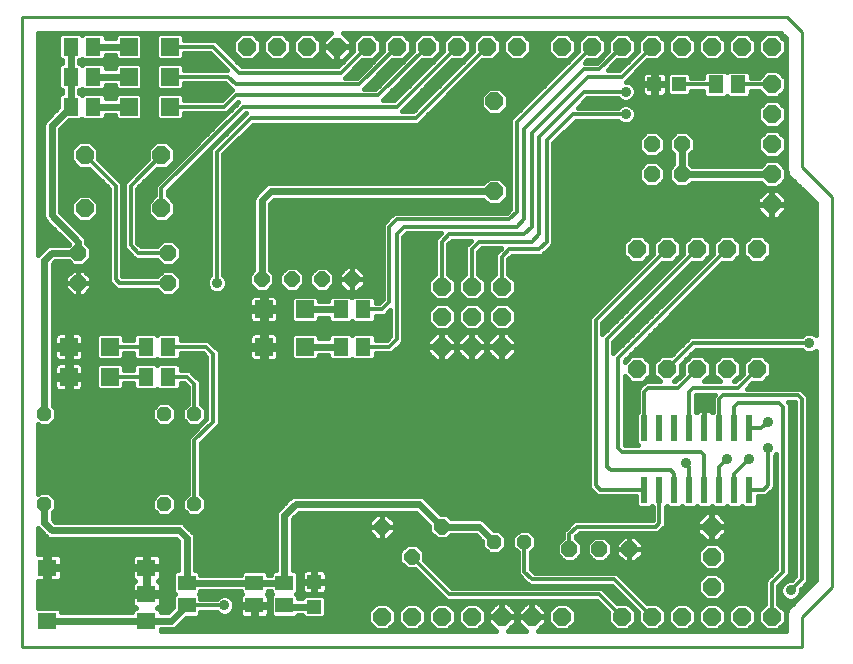
<source format=gtl>
G75*
%MOIN*%
%OFA0B0*%
%FSLAX25Y25*%
%IPPOS*%
%LPD*%
%AMOC8*
5,1,8,0,0,1.08239X$1,22.5*
%
%ADD10C,0.01000*%
%ADD11OC8,0.05937*%
%ADD12OC8,0.06000*%
%ADD13OC8,0.05200*%
%ADD14R,0.04724X0.04724*%
%ADD15OC8,0.05150*%
%ADD16OC8,0.04756*%
%ADD17R,0.05118X0.05906*%
%ADD18R,0.05906X0.05118*%
%ADD19R,0.05906X0.05906*%
%ADD20R,0.02362X0.08661*%
%ADD21R,0.06299X0.05512*%
%ADD22OC8,0.05600*%
%ADD23C,0.01200*%
%ADD24C,0.03569*%
%ADD25C,0.01600*%
%ADD26C,0.02400*%
D10*
X0005000Y0005000D02*
X0265000Y0005000D01*
X0265000Y0015000D01*
X0275000Y0025000D01*
X0275000Y0155000D01*
X0265000Y0165000D01*
X0265000Y0210000D01*
X0260000Y0215000D01*
X0005000Y0215000D01*
X0005000Y0005000D01*
D11*
X0125000Y0015000D03*
X0135000Y0015000D03*
X0145000Y0015000D03*
X0155000Y0015000D03*
X0165000Y0015000D03*
X0175000Y0015000D03*
X0185000Y0015000D03*
X0205000Y0015000D03*
X0215000Y0015000D03*
X0225000Y0015000D03*
X0235000Y0015000D03*
X0245000Y0015000D03*
X0255000Y0015000D03*
X0250000Y0097500D03*
X0240000Y0097500D03*
X0230000Y0097500D03*
X0220000Y0097500D03*
X0210000Y0097500D03*
X0210000Y0137500D03*
X0220000Y0137500D03*
X0230000Y0137500D03*
X0240000Y0137500D03*
X0250000Y0137500D03*
X0245000Y0205000D03*
X0235000Y0205000D03*
X0225000Y0205000D03*
X0215000Y0205000D03*
X0205000Y0205000D03*
X0195000Y0205000D03*
X0185000Y0205000D03*
X0170000Y0205000D03*
X0160000Y0205000D03*
X0150000Y0205000D03*
X0140000Y0205000D03*
X0130000Y0205000D03*
X0120000Y0205000D03*
X0110000Y0205000D03*
X0100000Y0205000D03*
X0090000Y0205000D03*
X0080000Y0205000D03*
X0162500Y0186752D03*
X0162500Y0156752D03*
X0255000Y0205000D03*
D12*
X0255000Y0192500D03*
X0255000Y0182500D03*
X0255000Y0172500D03*
X0255000Y0162500D03*
X0255000Y0152500D03*
X0165000Y0125000D03*
X0165000Y0115000D03*
X0155000Y0115000D03*
X0145000Y0115000D03*
X0145000Y0125000D03*
X0155000Y0125000D03*
X0155000Y0105000D03*
X0145000Y0105000D03*
X0165000Y0105000D03*
X0235000Y0045000D03*
X0235000Y0035000D03*
X0235000Y0025000D03*
X0051550Y0151100D03*
X0051550Y0168900D03*
X0025950Y0168900D03*
X0025950Y0151100D03*
D13*
X0023750Y0136250D03*
X0023750Y0126250D03*
X0053750Y0126250D03*
X0053750Y0136250D03*
X0187500Y0037500D03*
X0197500Y0037500D03*
X0207500Y0037500D03*
D14*
X0102500Y0026634D03*
X0102500Y0018366D03*
X0215866Y0192500D03*
X0224134Y0192500D03*
D15*
X0115000Y0127500D03*
X0105000Y0127500D03*
X0095000Y0127500D03*
X0085000Y0127500D03*
X0125000Y0045000D03*
X0135000Y0035000D03*
X0145000Y0045000D03*
D16*
X0162500Y0040000D03*
X0172500Y0040000D03*
X0062500Y0052500D03*
X0052500Y0052500D03*
X0052500Y0082500D03*
X0062500Y0082500D03*
X0012500Y0082500D03*
X0012500Y0052500D03*
D17*
X0046260Y0095000D03*
X0053740Y0095000D03*
X0053740Y0105000D03*
X0046260Y0105000D03*
X0111260Y0105000D03*
X0118740Y0105000D03*
X0118740Y0117500D03*
X0111260Y0117500D03*
X0028740Y0185000D03*
X0021260Y0185000D03*
X0021260Y0195000D03*
X0028740Y0195000D03*
X0028740Y0205000D03*
X0021260Y0205000D03*
X0236260Y0192500D03*
X0243740Y0192500D03*
D18*
X0092500Y0026240D03*
X0092500Y0018760D03*
X0082500Y0018760D03*
X0082500Y0026240D03*
X0060000Y0026240D03*
X0060000Y0018760D03*
D19*
X0034390Y0095000D03*
X0034390Y0105000D03*
X0020610Y0105000D03*
X0020610Y0095000D03*
X0085610Y0105000D03*
X0099390Y0105000D03*
X0099390Y0117500D03*
X0085610Y0117500D03*
X0054390Y0185000D03*
X0054390Y0195000D03*
X0054390Y0205000D03*
X0040610Y0205000D03*
X0040610Y0195000D03*
X0040610Y0185000D03*
D20*
X0212500Y0077736D03*
X0217500Y0077736D03*
X0222500Y0077736D03*
X0227500Y0077736D03*
X0232500Y0077736D03*
X0237500Y0077736D03*
X0242500Y0077736D03*
X0247500Y0077736D03*
X0247500Y0057264D03*
X0242500Y0057264D03*
X0237500Y0057264D03*
X0232500Y0057264D03*
X0227500Y0057264D03*
X0222500Y0057264D03*
X0217500Y0057264D03*
X0212500Y0057264D03*
D21*
X0046535Y0031358D03*
X0046535Y0022500D03*
X0046535Y0013642D03*
X0013465Y0013642D03*
X0013465Y0031358D03*
D22*
X0215000Y0162500D03*
X0225000Y0162500D03*
X0225000Y0172500D03*
X0215000Y0172500D03*
D23*
X0206250Y0182500D02*
X0188750Y0182500D01*
X0180000Y0173750D01*
X0180000Y0140000D01*
X0177500Y0137500D01*
X0167500Y0137500D01*
X0165000Y0135000D01*
X0165000Y0125000D01*
X0155000Y0125000D02*
X0155000Y0137500D01*
X0157500Y0140000D01*
X0175000Y0140000D01*
X0177500Y0142500D01*
X0177500Y0175000D01*
X0192500Y0190000D01*
X0206250Y0190000D01*
X0205000Y0195000D02*
X0215000Y0205000D01*
X0205000Y0205000D02*
X0197500Y0197500D01*
X0192500Y0197500D01*
X0172500Y0177500D01*
X0172500Y0147500D01*
X0170000Y0145000D01*
X0132500Y0145000D01*
X0130000Y0142500D01*
X0130000Y0107500D01*
X0127500Y0105000D01*
X0118740Y0105000D01*
X0118740Y0117500D02*
X0125000Y0117500D01*
X0127500Y0120000D01*
X0127500Y0145000D01*
X0130000Y0147500D01*
X0167500Y0147500D01*
X0170000Y0150000D01*
X0170000Y0180000D01*
X0195000Y0205000D01*
X0193750Y0195000D02*
X0205000Y0195000D01*
X0193750Y0195000D02*
X0175000Y0176250D01*
X0175000Y0145000D01*
X0172500Y0142500D01*
X0147500Y0142500D01*
X0145000Y0140000D01*
X0145000Y0125000D01*
X0196250Y0113750D02*
X0220000Y0137500D01*
X0230000Y0137500D02*
X0200000Y0107500D01*
X0200000Y0065000D01*
X0201250Y0063750D01*
X0221250Y0063750D01*
X0222500Y0062500D01*
X0222500Y0057264D01*
X0217500Y0057264D02*
X0217500Y0046250D01*
X0216250Y0045000D01*
X0190000Y0045000D01*
X0187500Y0042500D01*
X0187500Y0037500D01*
X0175000Y0027500D02*
X0202500Y0027500D01*
X0215000Y0015000D01*
X0205000Y0015000D02*
X0197500Y0022500D01*
X0147500Y0022500D01*
X0135000Y0035000D01*
X0172500Y0030000D02*
X0175000Y0027500D01*
X0172500Y0030000D02*
X0172500Y0040000D01*
X0196250Y0058750D02*
X0197736Y0057264D01*
X0212500Y0057264D01*
X0226250Y0066250D02*
X0227500Y0065000D01*
X0227500Y0057264D01*
X0232500Y0057264D02*
X0232500Y0068750D01*
X0231250Y0070000D01*
X0205000Y0070000D01*
X0203750Y0071250D01*
X0203750Y0101250D01*
X0240000Y0137500D01*
X0228750Y0106250D02*
X0220000Y0097500D01*
X0223750Y0091250D02*
X0213750Y0091250D01*
X0212500Y0090000D01*
X0212500Y0077736D01*
X0227500Y0077736D02*
X0227500Y0090000D01*
X0228750Y0091250D01*
X0243750Y0091250D01*
X0250000Y0097500D01*
X0238750Y0088750D02*
X0263750Y0088750D01*
X0265000Y0087500D01*
X0265000Y0027500D01*
X0261250Y0023750D01*
X0255000Y0026250D02*
X0255000Y0015000D01*
X0255000Y0026250D02*
X0258750Y0030000D01*
X0258750Y0085000D01*
X0257500Y0086250D01*
X0243750Y0086250D01*
X0242500Y0085000D01*
X0242500Y0077736D01*
X0237500Y0077736D02*
X0237500Y0087500D01*
X0238750Y0088750D01*
X0230000Y0097500D02*
X0223750Y0091250D01*
X0228750Y0106250D02*
X0267500Y0106250D01*
X0253750Y0080000D02*
X0251486Y0077736D01*
X0247500Y0077736D01*
X0253750Y0071250D02*
X0253750Y0058750D01*
X0252264Y0057264D01*
X0247500Y0057264D01*
X0242500Y0057264D02*
X0242500Y0062500D01*
X0247500Y0067500D01*
X0240000Y0067500D02*
X0237500Y0065000D01*
X0237500Y0057264D01*
X0196250Y0058750D02*
X0196250Y0113750D01*
X0136250Y0181250D02*
X0160000Y0205000D01*
X0150000Y0205000D02*
X0130000Y0185000D01*
X0078750Y0185000D01*
X0051550Y0157800D01*
X0051550Y0151100D01*
X0041250Y0158600D02*
X0051550Y0168900D01*
X0041250Y0158600D02*
X0041250Y0138750D01*
X0043750Y0136250D01*
X0053750Y0136250D01*
X0053750Y0126250D02*
X0037500Y0126250D01*
X0036250Y0127500D01*
X0036250Y0158600D01*
X0025950Y0168900D01*
X0054390Y0185000D02*
X0072500Y0185000D01*
X0076250Y0188750D01*
X0123750Y0188750D01*
X0140000Y0205000D01*
X0130000Y0205000D02*
X0117500Y0192500D01*
X0076250Y0192500D01*
X0073750Y0195000D01*
X0054390Y0195000D01*
X0054390Y0205000D02*
X0068750Y0205000D01*
X0077500Y0196250D01*
X0111250Y0196250D01*
X0120000Y0205000D01*
X0136250Y0181250D02*
X0081250Y0181250D01*
X0070000Y0170000D01*
X0070000Y0126250D01*
X0066250Y0105000D02*
X0053740Y0105000D01*
X0046260Y0105000D02*
X0034390Y0105000D01*
X0034390Y0095000D02*
X0046260Y0095000D01*
X0053740Y0095000D02*
X0060000Y0095000D01*
X0062500Y0092500D01*
X0062500Y0082500D01*
X0068750Y0080000D02*
X0068750Y0102500D01*
X0066250Y0105000D01*
X0068750Y0080000D02*
X0062500Y0073750D01*
X0062500Y0052500D01*
X0060000Y0018760D02*
X0072490Y0018760D01*
X0072500Y0018750D01*
X0224134Y0192500D02*
X0236260Y0192500D01*
X0243740Y0192500D02*
X0255000Y0192500D01*
D24*
X0206250Y0190000D03*
X0206250Y0182500D03*
X0267500Y0106250D03*
X0253750Y0080000D03*
X0253750Y0071250D03*
X0247500Y0067500D03*
X0240000Y0067500D03*
X0226250Y0066250D03*
X0232500Y0086250D03*
X0261250Y0023750D03*
X0072500Y0018750D03*
X0030000Y0022500D03*
X0038750Y0060000D03*
X0070000Y0126250D03*
D25*
X0073099Y0124888D02*
X0081708Y0124888D01*
X0080825Y0125771D02*
X0083271Y0123325D01*
X0086729Y0123325D01*
X0089175Y0125771D01*
X0089175Y0129229D01*
X0087800Y0130604D01*
X0087800Y0152590D01*
X0089162Y0153952D01*
X0158839Y0153952D01*
X0160608Y0152183D01*
X0164392Y0152183D01*
X0167068Y0154860D01*
X0167068Y0158644D01*
X0164392Y0161320D01*
X0160608Y0161320D01*
X0158839Y0159552D01*
X0087445Y0159552D01*
X0086416Y0159126D01*
X0083414Y0156124D01*
X0082626Y0155336D01*
X0082200Y0154307D01*
X0082200Y0130604D01*
X0080825Y0129229D01*
X0080825Y0125771D01*
X0080825Y0126487D02*
X0073384Y0126487D01*
X0073384Y0126923D02*
X0072869Y0128167D01*
X0072200Y0128836D01*
X0072200Y0169089D01*
X0082161Y0179050D01*
X0137161Y0179050D01*
X0158543Y0200431D01*
X0161892Y0200431D01*
X0164568Y0203108D01*
X0164568Y0206892D01*
X0161892Y0209568D01*
X0158108Y0209568D01*
X0155431Y0206892D01*
X0155431Y0203543D01*
X0135339Y0183450D01*
X0131561Y0183450D01*
X0148543Y0200431D01*
X0151892Y0200431D01*
X0154568Y0203108D01*
X0154568Y0206892D01*
X0151892Y0209568D01*
X0148108Y0209568D01*
X0145431Y0206892D01*
X0145431Y0203543D01*
X0129089Y0187200D01*
X0125311Y0187200D01*
X0138543Y0200431D01*
X0141892Y0200431D01*
X0144568Y0203108D01*
X0144568Y0206892D01*
X0141892Y0209568D01*
X0138108Y0209568D01*
X0135431Y0206892D01*
X0135431Y0203543D01*
X0122839Y0190950D01*
X0119061Y0190950D01*
X0128543Y0200431D01*
X0131892Y0200431D01*
X0134568Y0203108D01*
X0134568Y0206892D01*
X0131892Y0209568D01*
X0128108Y0209568D01*
X0125431Y0206892D01*
X0125431Y0203543D01*
X0116589Y0194700D01*
X0112811Y0194700D01*
X0118543Y0200431D01*
X0121892Y0200431D01*
X0124568Y0203108D01*
X0124568Y0206892D01*
X0121892Y0209568D01*
X0118108Y0209568D01*
X0115431Y0206892D01*
X0115431Y0203543D01*
X0110339Y0198450D01*
X0078411Y0198450D01*
X0070950Y0205911D01*
X0070950Y0205911D01*
X0069661Y0207200D01*
X0058943Y0207200D01*
X0058943Y0208615D01*
X0058005Y0209553D01*
X0050774Y0209553D01*
X0049837Y0208615D01*
X0049837Y0201384D01*
X0050774Y0200447D01*
X0058005Y0200447D01*
X0058943Y0201384D01*
X0058943Y0202800D01*
X0067839Y0202800D01*
X0073439Y0197200D01*
X0058943Y0197200D01*
X0058943Y0198615D01*
X0058005Y0199553D01*
X0050774Y0199553D01*
X0049837Y0198615D01*
X0049837Y0191384D01*
X0050774Y0190447D01*
X0058005Y0190447D01*
X0058943Y0191384D01*
X0058943Y0192800D01*
X0072839Y0192800D01*
X0074050Y0191589D01*
X0075014Y0190625D01*
X0074050Y0189661D01*
X0071589Y0187200D01*
X0058943Y0187200D01*
X0058943Y0188615D01*
X0058005Y0189553D01*
X0050774Y0189553D01*
X0049837Y0188615D01*
X0049837Y0181384D01*
X0050774Y0180447D01*
X0058005Y0180447D01*
X0058943Y0181384D01*
X0058943Y0182800D01*
X0073411Y0182800D01*
X0077161Y0186550D01*
X0077189Y0186550D01*
X0076550Y0185911D01*
X0049350Y0158711D01*
X0049350Y0155405D01*
X0046950Y0153005D01*
X0046950Y0149195D01*
X0049645Y0146500D01*
X0053455Y0146500D01*
X0056150Y0149195D01*
X0056150Y0153005D01*
X0053750Y0155405D01*
X0053750Y0156889D01*
X0079661Y0182800D01*
X0079689Y0182800D01*
X0079050Y0182161D01*
X0067800Y0170911D01*
X0067800Y0128836D01*
X0067131Y0128167D01*
X0066616Y0126923D01*
X0066616Y0125577D01*
X0067131Y0124333D01*
X0068083Y0123381D01*
X0069327Y0122866D01*
X0070673Y0122866D01*
X0071917Y0123381D01*
X0072869Y0124333D01*
X0073384Y0125577D01*
X0073384Y0126923D01*
X0072903Y0128085D02*
X0080825Y0128085D01*
X0081280Y0129684D02*
X0072200Y0129684D01*
X0072200Y0131282D02*
X0082200Y0131282D01*
X0082200Y0132881D02*
X0072200Y0132881D01*
X0072200Y0134479D02*
X0082200Y0134479D01*
X0082200Y0136078D02*
X0072200Y0136078D01*
X0072200Y0137676D02*
X0082200Y0137676D01*
X0082200Y0139275D02*
X0072200Y0139275D01*
X0072200Y0140873D02*
X0082200Y0140873D01*
X0082200Y0142472D02*
X0072200Y0142472D01*
X0072200Y0144070D02*
X0082200Y0144070D01*
X0082200Y0145669D02*
X0072200Y0145669D01*
X0072200Y0147268D02*
X0082200Y0147268D01*
X0082200Y0148866D02*
X0072200Y0148866D01*
X0072200Y0150465D02*
X0082200Y0150465D01*
X0082200Y0152063D02*
X0072200Y0152063D01*
X0072200Y0153662D02*
X0082200Y0153662D01*
X0082595Y0155260D02*
X0072200Y0155260D01*
X0072200Y0156859D02*
X0084149Y0156859D01*
X0085747Y0158457D02*
X0072200Y0158457D01*
X0072200Y0160056D02*
X0159343Y0160056D01*
X0165657Y0160056D02*
X0167800Y0160056D01*
X0167800Y0161654D02*
X0072200Y0161654D01*
X0072200Y0163253D02*
X0167800Y0163253D01*
X0167800Y0164851D02*
X0072200Y0164851D01*
X0072200Y0166450D02*
X0167800Y0166450D01*
X0167800Y0168048D02*
X0072200Y0168048D01*
X0072758Y0169647D02*
X0167800Y0169647D01*
X0167800Y0171245D02*
X0074356Y0171245D01*
X0075955Y0172844D02*
X0167800Y0172844D01*
X0167800Y0174442D02*
X0077553Y0174442D01*
X0079152Y0176041D02*
X0167800Y0176041D01*
X0167800Y0177639D02*
X0080750Y0177639D01*
X0077725Y0180836D02*
X0077698Y0180836D01*
X0076126Y0179238D02*
X0076099Y0179238D01*
X0074528Y0177639D02*
X0074500Y0177639D01*
X0072929Y0176041D02*
X0072902Y0176041D01*
X0071331Y0174442D02*
X0071303Y0174442D01*
X0069732Y0172844D02*
X0069705Y0172844D01*
X0068134Y0171245D02*
X0068106Y0171245D01*
X0067800Y0169647D02*
X0066508Y0169647D01*
X0067800Y0168048D02*
X0064909Y0168048D01*
X0063311Y0166450D02*
X0067800Y0166450D01*
X0067800Y0164851D02*
X0061712Y0164851D01*
X0060114Y0163253D02*
X0067800Y0163253D01*
X0067800Y0161654D02*
X0058515Y0161654D01*
X0056917Y0160056D02*
X0067800Y0160056D01*
X0067800Y0158457D02*
X0055318Y0158457D01*
X0053750Y0156859D02*
X0067800Y0156859D01*
X0067800Y0155260D02*
X0053895Y0155260D01*
X0055494Y0153662D02*
X0067800Y0153662D01*
X0067800Y0152063D02*
X0056150Y0152063D01*
X0056150Y0150465D02*
X0067800Y0150465D01*
X0067800Y0148866D02*
X0055821Y0148866D01*
X0054223Y0147268D02*
X0067800Y0147268D01*
X0067800Y0145669D02*
X0043450Y0145669D01*
X0043450Y0147268D02*
X0048877Y0147268D01*
X0047279Y0148866D02*
X0043450Y0148866D01*
X0043450Y0150465D02*
X0046950Y0150465D01*
X0046950Y0152063D02*
X0043450Y0152063D01*
X0043450Y0153662D02*
X0047606Y0153662D01*
X0049205Y0155260D02*
X0043450Y0155260D01*
X0043450Y0156859D02*
X0049350Y0156859D01*
X0049350Y0158457D02*
X0044218Y0158457D01*
X0043450Y0157689D02*
X0050061Y0164300D01*
X0053455Y0164300D01*
X0056150Y0166995D01*
X0056150Y0170805D01*
X0053455Y0173500D01*
X0049645Y0173500D01*
X0046950Y0170805D01*
X0046950Y0167411D01*
X0039050Y0159511D01*
X0039050Y0137839D01*
X0040339Y0136550D01*
X0042839Y0134050D01*
X0050010Y0134050D01*
X0052010Y0132050D01*
X0055490Y0132050D01*
X0057950Y0134510D01*
X0057950Y0137990D01*
X0055490Y0140450D01*
X0052010Y0140450D01*
X0050010Y0138450D01*
X0044661Y0138450D01*
X0043450Y0139661D01*
X0043450Y0157689D01*
X0045817Y0160056D02*
X0050694Y0160056D01*
X0052293Y0161654D02*
X0047415Y0161654D01*
X0049014Y0163253D02*
X0053891Y0163253D01*
X0054007Y0164851D02*
X0055490Y0164851D01*
X0055605Y0166450D02*
X0057088Y0166450D01*
X0056150Y0168048D02*
X0058687Y0168048D01*
X0060285Y0169647D02*
X0056150Y0169647D01*
X0055710Y0171245D02*
X0061884Y0171245D01*
X0063482Y0172844D02*
X0054112Y0172844D01*
X0048988Y0172844D02*
X0028512Y0172844D01*
X0027855Y0173500D02*
X0024045Y0173500D01*
X0021350Y0170805D01*
X0021350Y0166995D01*
X0024045Y0164300D01*
X0027439Y0164300D01*
X0034050Y0157689D01*
X0034050Y0126589D01*
X0035339Y0125300D01*
X0036589Y0124050D01*
X0050010Y0124050D01*
X0052010Y0122050D01*
X0055490Y0122050D01*
X0057950Y0124510D01*
X0057950Y0127990D01*
X0055490Y0130450D01*
X0052010Y0130450D01*
X0050010Y0128450D01*
X0038450Y0128450D01*
X0038450Y0159511D01*
X0030550Y0167411D01*
X0030550Y0170805D01*
X0027855Y0173500D01*
X0030110Y0171245D02*
X0047390Y0171245D01*
X0046950Y0169647D02*
X0030550Y0169647D01*
X0030550Y0168048D02*
X0046950Y0168048D01*
X0045988Y0166450D02*
X0031512Y0166450D01*
X0033110Y0164851D02*
X0044390Y0164851D01*
X0042791Y0163253D02*
X0034709Y0163253D01*
X0036307Y0161654D02*
X0041193Y0161654D01*
X0039594Y0160056D02*
X0037906Y0160056D01*
X0038450Y0158457D02*
X0039050Y0158457D01*
X0039050Y0156859D02*
X0038450Y0156859D01*
X0038450Y0155260D02*
X0039050Y0155260D01*
X0039050Y0153662D02*
X0038450Y0153662D01*
X0038450Y0152063D02*
X0039050Y0152063D01*
X0039050Y0150465D02*
X0038450Y0150465D01*
X0038450Y0148866D02*
X0039050Y0148866D01*
X0039050Y0147268D02*
X0038450Y0147268D01*
X0038450Y0145669D02*
X0039050Y0145669D01*
X0039050Y0144070D02*
X0038450Y0144070D01*
X0038450Y0142472D02*
X0039050Y0142472D01*
X0039050Y0140873D02*
X0038450Y0140873D01*
X0038450Y0139275D02*
X0039050Y0139275D01*
X0039212Y0137676D02*
X0038450Y0137676D01*
X0038450Y0136078D02*
X0040811Y0136078D01*
X0042409Y0134479D02*
X0038450Y0134479D01*
X0038450Y0132881D02*
X0051179Y0132881D01*
X0051244Y0129684D02*
X0038450Y0129684D01*
X0038450Y0131282D02*
X0067800Y0131282D01*
X0067800Y0129684D02*
X0056256Y0129684D01*
X0057854Y0128085D02*
X0067097Y0128085D01*
X0066616Y0126487D02*
X0057950Y0126487D01*
X0057950Y0124888D02*
X0066901Y0124888D01*
X0068303Y0123290D02*
X0056730Y0123290D01*
X0050770Y0123290D02*
X0027012Y0123290D01*
X0028150Y0124427D02*
X0025573Y0121850D01*
X0023750Y0121850D01*
X0023750Y0126250D01*
X0028150Y0126250D01*
X0028150Y0128073D01*
X0025573Y0130650D01*
X0023750Y0130650D01*
X0023750Y0126250D01*
X0023750Y0126250D01*
X0023750Y0126250D01*
X0028150Y0126250D01*
X0028150Y0124427D01*
X0028150Y0124888D02*
X0035750Y0124888D01*
X0034152Y0126487D02*
X0028150Y0126487D01*
X0028137Y0128085D02*
X0034050Y0128085D01*
X0034050Y0129684D02*
X0026539Y0129684D01*
X0025490Y0132050D02*
X0027950Y0134510D01*
X0027950Y0137990D01*
X0026550Y0139390D01*
X0026550Y0140557D01*
X0026124Y0141586D01*
X0017800Y0149910D01*
X0017800Y0177580D01*
X0020667Y0180447D01*
X0024482Y0180447D01*
X0025000Y0180966D01*
X0025518Y0180447D01*
X0031962Y0180447D01*
X0032899Y0181384D01*
X0032899Y0182200D01*
X0036057Y0182200D01*
X0036057Y0181384D01*
X0036995Y0180447D01*
X0044226Y0180447D01*
X0045163Y0181384D01*
X0045163Y0188615D01*
X0044226Y0189553D01*
X0036995Y0189553D01*
X0036057Y0188615D01*
X0036057Y0187800D01*
X0032899Y0187800D01*
X0032899Y0188615D01*
X0031962Y0189553D01*
X0025518Y0189553D01*
X0025000Y0189034D01*
X0024482Y0189553D01*
X0024060Y0189553D01*
X0024060Y0190447D01*
X0024482Y0190447D01*
X0025000Y0190966D01*
X0025518Y0190447D01*
X0031962Y0190447D01*
X0032899Y0191384D01*
X0032899Y0192200D01*
X0036057Y0192200D01*
X0036057Y0191384D01*
X0036995Y0190447D01*
X0044226Y0190447D01*
X0045163Y0191384D01*
X0045163Y0198615D01*
X0044226Y0199553D01*
X0036995Y0199553D01*
X0036057Y0198615D01*
X0036057Y0197800D01*
X0032899Y0197800D01*
X0032899Y0198615D01*
X0031962Y0199553D01*
X0025518Y0199553D01*
X0025000Y0199034D01*
X0024482Y0199553D01*
X0024060Y0199553D01*
X0024060Y0200447D01*
X0024482Y0200447D01*
X0025000Y0200966D01*
X0025518Y0200447D01*
X0031962Y0200447D01*
X0032899Y0201384D01*
X0032899Y0202200D01*
X0036057Y0202200D01*
X0036057Y0201384D01*
X0036995Y0200447D01*
X0044226Y0200447D01*
X0045163Y0201384D01*
X0045163Y0208615D01*
X0044226Y0209553D01*
X0036995Y0209553D01*
X0036057Y0208615D01*
X0036057Y0207800D01*
X0032899Y0207800D01*
X0032899Y0208615D01*
X0031962Y0209553D01*
X0025518Y0209553D01*
X0025000Y0209034D01*
X0024482Y0209553D01*
X0018038Y0209553D01*
X0017101Y0208615D01*
X0017101Y0201384D01*
X0018038Y0200447D01*
X0018460Y0200447D01*
X0018460Y0199553D01*
X0018038Y0199553D01*
X0017101Y0198615D01*
X0017101Y0191384D01*
X0018038Y0190447D01*
X0018460Y0190447D01*
X0018460Y0189553D01*
X0018038Y0189553D01*
X0017101Y0188615D01*
X0017101Y0184801D01*
X0012626Y0180326D01*
X0012200Y0179297D01*
X0012200Y0148193D01*
X0012626Y0147164D01*
X0013414Y0146376D01*
X0020675Y0139115D01*
X0020610Y0139050D01*
X0014443Y0139050D01*
X0013414Y0138624D01*
X0010914Y0136124D01*
X0010300Y0135510D01*
X0010300Y0209700D01*
X0107956Y0209700D01*
X0105231Y0206975D01*
X0105231Y0205184D01*
X0109816Y0205184D01*
X0109816Y0204816D01*
X0110184Y0204816D01*
X0110184Y0200231D01*
X0111975Y0200231D01*
X0114768Y0203025D01*
X0114768Y0204816D01*
X0110184Y0204816D01*
X0110184Y0205184D01*
X0114768Y0205184D01*
X0114768Y0206975D01*
X0112044Y0209700D01*
X0257805Y0209700D01*
X0259700Y0207805D01*
X0259700Y0163946D01*
X0260507Y0161998D01*
X0269700Y0152805D01*
X0269700Y0108836D01*
X0269417Y0109119D01*
X0268173Y0109634D01*
X0266827Y0109634D01*
X0265583Y0109119D01*
X0264914Y0108450D01*
X0227839Y0108450D01*
X0221457Y0102068D01*
X0218108Y0102068D01*
X0215431Y0099392D01*
X0215431Y0095608D01*
X0217589Y0093450D01*
X0212839Y0093450D01*
X0211550Y0092161D01*
X0210300Y0090911D01*
X0210300Y0083311D01*
X0209719Y0082730D01*
X0209719Y0072743D01*
X0210262Y0072200D01*
X0205950Y0072200D01*
X0205950Y0095089D01*
X0208108Y0092931D01*
X0211892Y0092931D01*
X0214568Y0095608D01*
X0214568Y0099392D01*
X0211892Y0102068D01*
X0208108Y0102068D01*
X0205950Y0099911D01*
X0205950Y0100339D01*
X0238543Y0132931D01*
X0241892Y0132931D01*
X0244568Y0135608D01*
X0244568Y0139392D01*
X0241892Y0142068D01*
X0238108Y0142068D01*
X0235431Y0139392D01*
X0235431Y0136043D01*
X0202200Y0102811D01*
X0202200Y0106589D01*
X0228543Y0132931D01*
X0231892Y0132931D01*
X0234568Y0135608D01*
X0234568Y0139392D01*
X0231892Y0142068D01*
X0228108Y0142068D01*
X0225431Y0139392D01*
X0225431Y0136043D01*
X0198450Y0109061D01*
X0198450Y0112839D01*
X0218543Y0132931D01*
X0221892Y0132931D01*
X0224568Y0135608D01*
X0224568Y0139392D01*
X0221892Y0142068D01*
X0218108Y0142068D01*
X0215431Y0139392D01*
X0215431Y0136043D01*
X0194050Y0114661D01*
X0194050Y0057839D01*
X0196825Y0055064D01*
X0209719Y0055064D01*
X0209719Y0052270D01*
X0210656Y0051333D01*
X0214344Y0051333D01*
X0215000Y0051989D01*
X0215300Y0051689D01*
X0215300Y0047200D01*
X0189089Y0047200D01*
X0187800Y0045911D01*
X0186589Y0044700D01*
X0186589Y0044700D01*
X0185300Y0043411D01*
X0185300Y0041240D01*
X0183300Y0039240D01*
X0183300Y0035760D01*
X0185760Y0033300D01*
X0189240Y0033300D01*
X0191700Y0035760D01*
X0191700Y0039240D01*
X0189700Y0041240D01*
X0189700Y0041589D01*
X0190911Y0042800D01*
X0217161Y0042800D01*
X0218450Y0044089D01*
X0219700Y0045339D01*
X0219700Y0051689D01*
X0220000Y0051989D01*
X0220656Y0051333D01*
X0224344Y0051333D01*
X0225000Y0051989D01*
X0225656Y0051333D01*
X0229344Y0051333D01*
X0230000Y0051989D01*
X0230656Y0051333D01*
X0234344Y0051333D01*
X0235000Y0051989D01*
X0235656Y0051333D01*
X0239344Y0051333D01*
X0240000Y0051989D01*
X0240656Y0051333D01*
X0244344Y0051333D01*
X0245000Y0051989D01*
X0245656Y0051333D01*
X0249344Y0051333D01*
X0250281Y0052270D01*
X0250281Y0055064D01*
X0253175Y0055064D01*
X0255950Y0057839D01*
X0255950Y0068664D01*
X0256550Y0069264D01*
X0256550Y0030911D01*
X0254089Y0028450D01*
X0252800Y0027161D01*
X0252800Y0019261D01*
X0250431Y0016892D01*
X0250431Y0013108D01*
X0253108Y0010431D01*
X0256892Y0010431D01*
X0259568Y0013108D01*
X0259568Y0016892D01*
X0257200Y0019261D01*
X0257200Y0025339D01*
X0260950Y0029089D01*
X0260950Y0085911D01*
X0260311Y0086550D01*
X0262800Y0086550D01*
X0262800Y0028411D01*
X0261523Y0027134D01*
X0260577Y0027134D01*
X0259333Y0026619D01*
X0258381Y0025667D01*
X0257866Y0024423D01*
X0257866Y0023077D01*
X0258381Y0021833D01*
X0259333Y0020881D01*
X0260577Y0020366D01*
X0261923Y0020366D01*
X0263167Y0020881D01*
X0264119Y0021833D01*
X0264634Y0023077D01*
X0264634Y0024023D01*
X0267200Y0026589D01*
X0267200Y0088411D01*
X0265950Y0089661D01*
X0265950Y0089661D01*
X0264661Y0090950D01*
X0246561Y0090950D01*
X0248543Y0092931D01*
X0251892Y0092931D01*
X0254568Y0095608D01*
X0254568Y0099392D01*
X0251892Y0102068D01*
X0248108Y0102068D01*
X0245431Y0099392D01*
X0245431Y0096043D01*
X0242839Y0093450D01*
X0242411Y0093450D01*
X0244568Y0095608D01*
X0244568Y0099392D01*
X0241892Y0102068D01*
X0238108Y0102068D01*
X0235431Y0099392D01*
X0235431Y0095608D01*
X0237589Y0093450D01*
X0232411Y0093450D01*
X0234568Y0095608D01*
X0234568Y0099392D01*
X0231892Y0102068D01*
X0228108Y0102068D01*
X0225431Y0099392D01*
X0225431Y0096043D01*
X0222839Y0093450D01*
X0222411Y0093450D01*
X0224568Y0095608D01*
X0224568Y0098957D01*
X0229661Y0104050D01*
X0264914Y0104050D01*
X0265583Y0103381D01*
X0266827Y0102866D01*
X0268173Y0102866D01*
X0269417Y0103381D01*
X0269700Y0103664D01*
X0269700Y0027195D01*
X0261998Y0019493D01*
X0260507Y0018002D01*
X0259700Y0016054D01*
X0259700Y0010300D01*
X0177044Y0010300D01*
X0179768Y0013025D01*
X0179768Y0014816D01*
X0175184Y0014816D01*
X0175184Y0015184D01*
X0174816Y0015184D01*
X0174816Y0014816D01*
X0170231Y0014816D01*
X0170231Y0013025D01*
X0172956Y0010300D01*
X0167044Y0010300D01*
X0169768Y0013025D01*
X0169768Y0014816D01*
X0165184Y0014816D01*
X0165184Y0015184D01*
X0164816Y0015184D01*
X0164816Y0014816D01*
X0160231Y0014816D01*
X0160231Y0013025D01*
X0162956Y0010300D01*
X0051285Y0010300D01*
X0051285Y0010842D01*
X0055439Y0010842D01*
X0056468Y0011268D01*
X0059801Y0014601D01*
X0063615Y0014601D01*
X0064553Y0015538D01*
X0064553Y0016560D01*
X0069904Y0016560D01*
X0070583Y0015881D01*
X0071827Y0015366D01*
X0073173Y0015366D01*
X0074417Y0015881D01*
X0075369Y0016833D01*
X0075884Y0018077D01*
X0075884Y0019423D01*
X0075369Y0020667D01*
X0074417Y0021619D01*
X0073173Y0022134D01*
X0071827Y0022134D01*
X0070583Y0021619D01*
X0069924Y0020960D01*
X0064553Y0020960D01*
X0064553Y0021982D01*
X0064034Y0022500D01*
X0064553Y0023018D01*
X0064553Y0023440D01*
X0077947Y0023440D01*
X0077947Y0023018D01*
X0078324Y0022641D01*
X0078107Y0022424D01*
X0077870Y0022014D01*
X0077747Y0021556D01*
X0077747Y0019239D01*
X0082020Y0019239D01*
X0082020Y0018280D01*
X0077747Y0018280D01*
X0077747Y0015964D01*
X0077870Y0015506D01*
X0078107Y0015096D01*
X0078442Y0014760D01*
X0078852Y0014523D01*
X0079310Y0014401D01*
X0082020Y0014401D01*
X0082020Y0018280D01*
X0082980Y0018280D01*
X0082980Y0019239D01*
X0087253Y0019239D01*
X0087253Y0021556D01*
X0087130Y0022014D01*
X0086893Y0022424D01*
X0086676Y0022641D01*
X0087053Y0023018D01*
X0087053Y0023440D01*
X0087947Y0023440D01*
X0087947Y0023018D01*
X0088466Y0022500D01*
X0087947Y0021982D01*
X0087947Y0015538D01*
X0088884Y0014601D01*
X0096115Y0014601D01*
X0097053Y0015538D01*
X0097053Y0015566D01*
X0098538Y0015566D01*
X0098538Y0015341D01*
X0099475Y0014404D01*
X0105525Y0014404D01*
X0106462Y0015341D01*
X0106462Y0021391D01*
X0105525Y0022328D01*
X0099475Y0022328D01*
X0098538Y0021391D01*
X0098538Y0021166D01*
X0097053Y0021166D01*
X0097053Y0021982D01*
X0096534Y0022500D01*
X0097053Y0023018D01*
X0097053Y0029462D01*
X0096115Y0030399D01*
X0095300Y0030399D01*
X0095300Y0047590D01*
X0097410Y0049700D01*
X0136340Y0049700D01*
X0140825Y0045215D01*
X0140825Y0043271D01*
X0143271Y0040825D01*
X0146729Y0040825D01*
X0148104Y0042200D01*
X0156340Y0042200D01*
X0158522Y0040018D01*
X0158522Y0038352D01*
X0160852Y0036022D01*
X0164148Y0036022D01*
X0166478Y0038352D01*
X0166478Y0041648D01*
X0164148Y0043978D01*
X0162482Y0043978D01*
X0159086Y0047374D01*
X0158057Y0047800D01*
X0148104Y0047800D01*
X0146729Y0049175D01*
X0144785Y0049175D01*
X0139086Y0054874D01*
X0138057Y0055300D01*
X0095693Y0055300D01*
X0094664Y0054874D01*
X0093876Y0054086D01*
X0090126Y0050336D01*
X0089700Y0049307D01*
X0089700Y0030399D01*
X0088884Y0030399D01*
X0087947Y0029462D01*
X0087947Y0029040D01*
X0087053Y0029040D01*
X0087053Y0029462D01*
X0086115Y0030399D01*
X0078884Y0030399D01*
X0077947Y0029462D01*
X0077947Y0029040D01*
X0064553Y0029040D01*
X0064553Y0029462D01*
X0063615Y0030399D01*
X0062800Y0030399D01*
X0062800Y0041807D01*
X0062374Y0042836D01*
X0059874Y0045336D01*
X0059086Y0046124D01*
X0058057Y0046550D01*
X0016160Y0046550D01*
X0015300Y0047410D01*
X0015300Y0049674D01*
X0016478Y0050852D01*
X0016478Y0054148D01*
X0014148Y0056478D01*
X0010852Y0056478D01*
X0010300Y0055926D01*
X0010300Y0079074D01*
X0010852Y0078522D01*
X0014148Y0078522D01*
X0016478Y0080852D01*
X0016478Y0084148D01*
X0015300Y0085326D01*
X0015300Y0132590D01*
X0016160Y0133450D01*
X0020610Y0133450D01*
X0022010Y0132050D01*
X0025490Y0132050D01*
X0026321Y0132881D02*
X0034050Y0132881D01*
X0034050Y0134479D02*
X0027919Y0134479D01*
X0027950Y0136078D02*
X0034050Y0136078D01*
X0034050Y0137676D02*
X0027950Y0137676D01*
X0026665Y0139275D02*
X0034050Y0139275D01*
X0034050Y0140873D02*
X0026419Y0140873D01*
X0025238Y0142472D02*
X0034050Y0142472D01*
X0034050Y0144070D02*
X0023639Y0144070D01*
X0022041Y0145669D02*
X0034050Y0145669D01*
X0034050Y0147268D02*
X0028623Y0147268D01*
X0027855Y0146500D02*
X0030550Y0149195D01*
X0030550Y0153005D01*
X0027855Y0155700D01*
X0024045Y0155700D01*
X0021350Y0153005D01*
X0021350Y0149195D01*
X0024045Y0146500D01*
X0027855Y0146500D01*
X0030221Y0148866D02*
X0034050Y0148866D01*
X0034050Y0150465D02*
X0030550Y0150465D01*
X0030550Y0152063D02*
X0034050Y0152063D01*
X0034050Y0153662D02*
X0029894Y0153662D01*
X0028295Y0155260D02*
X0034050Y0155260D01*
X0034050Y0156859D02*
X0017800Y0156859D01*
X0017800Y0158457D02*
X0033282Y0158457D01*
X0031683Y0160056D02*
X0017800Y0160056D01*
X0017800Y0161654D02*
X0030085Y0161654D01*
X0028486Y0163253D02*
X0017800Y0163253D01*
X0017800Y0164851D02*
X0023493Y0164851D01*
X0021895Y0166450D02*
X0017800Y0166450D01*
X0017800Y0168048D02*
X0021350Y0168048D01*
X0021350Y0169647D02*
X0017800Y0169647D01*
X0017800Y0171245D02*
X0021790Y0171245D01*
X0023388Y0172844D02*
X0017800Y0172844D01*
X0017800Y0174442D02*
X0065081Y0174442D01*
X0066679Y0176041D02*
X0017800Y0176041D01*
X0017859Y0177639D02*
X0068278Y0177639D01*
X0069876Y0179238D02*
X0019457Y0179238D01*
X0024871Y0180836D02*
X0025129Y0180836D01*
X0032351Y0180836D02*
X0036606Y0180836D01*
X0044615Y0180836D02*
X0050385Y0180836D01*
X0049837Y0182435D02*
X0045163Y0182435D01*
X0045163Y0184033D02*
X0049837Y0184033D01*
X0049837Y0185632D02*
X0045163Y0185632D01*
X0045163Y0187230D02*
X0049837Y0187230D01*
X0050050Y0188829D02*
X0044950Y0188829D01*
X0045163Y0192026D02*
X0049837Y0192026D01*
X0049837Y0193624D02*
X0045163Y0193624D01*
X0045163Y0195223D02*
X0049837Y0195223D01*
X0049837Y0196821D02*
X0045163Y0196821D01*
X0045163Y0198420D02*
X0049837Y0198420D01*
X0049837Y0201617D02*
X0045163Y0201617D01*
X0045163Y0203215D02*
X0049837Y0203215D01*
X0049837Y0204814D02*
X0045163Y0204814D01*
X0045163Y0206412D02*
X0049837Y0206412D01*
X0049837Y0208011D02*
X0045163Y0208011D01*
X0036057Y0208011D02*
X0032899Y0208011D01*
X0032899Y0201617D02*
X0036057Y0201617D01*
X0036057Y0198420D02*
X0032899Y0198420D01*
X0032899Y0192026D02*
X0036057Y0192026D01*
X0036271Y0188829D02*
X0032686Y0188829D01*
X0024060Y0190427D02*
X0074816Y0190427D01*
X0073613Y0192026D02*
X0058943Y0192026D01*
X0058729Y0188829D02*
X0073218Y0188829D01*
X0071619Y0187230D02*
X0058943Y0187230D01*
X0058943Y0182435D02*
X0073073Y0182435D01*
X0074645Y0184033D02*
X0074672Y0184033D01*
X0076243Y0185632D02*
X0076271Y0185632D01*
X0079296Y0182435D02*
X0079323Y0182435D01*
X0071475Y0180836D02*
X0058394Y0180836D01*
X0058943Y0198420D02*
X0072219Y0198420D01*
X0070620Y0200018D02*
X0024060Y0200018D01*
X0018460Y0200018D02*
X0010300Y0200018D01*
X0010300Y0198420D02*
X0017101Y0198420D01*
X0017101Y0196821D02*
X0010300Y0196821D01*
X0010300Y0195223D02*
X0017101Y0195223D01*
X0017101Y0193624D02*
X0010300Y0193624D01*
X0010300Y0192026D02*
X0017101Y0192026D01*
X0018460Y0190427D02*
X0010300Y0190427D01*
X0010300Y0188829D02*
X0017314Y0188829D01*
X0017101Y0187230D02*
X0010300Y0187230D01*
X0010300Y0185632D02*
X0017101Y0185632D01*
X0016333Y0184033D02*
X0010300Y0184033D01*
X0010300Y0182435D02*
X0014735Y0182435D01*
X0013136Y0180836D02*
X0010300Y0180836D01*
X0010300Y0179238D02*
X0012200Y0179238D01*
X0012200Y0177639D02*
X0010300Y0177639D01*
X0010300Y0176041D02*
X0012200Y0176041D01*
X0012200Y0174442D02*
X0010300Y0174442D01*
X0010300Y0172844D02*
X0012200Y0172844D01*
X0012200Y0171245D02*
X0010300Y0171245D01*
X0010300Y0169647D02*
X0012200Y0169647D01*
X0012200Y0168048D02*
X0010300Y0168048D01*
X0010300Y0166450D02*
X0012200Y0166450D01*
X0012200Y0164851D02*
X0010300Y0164851D01*
X0010300Y0163253D02*
X0012200Y0163253D01*
X0012200Y0161654D02*
X0010300Y0161654D01*
X0010300Y0160056D02*
X0012200Y0160056D01*
X0012200Y0158457D02*
X0010300Y0158457D01*
X0010300Y0156859D02*
X0012200Y0156859D01*
X0012200Y0155260D02*
X0010300Y0155260D01*
X0010300Y0153662D02*
X0012200Y0153662D01*
X0012200Y0152063D02*
X0010300Y0152063D01*
X0010300Y0150465D02*
X0012200Y0150465D01*
X0012200Y0148866D02*
X0010300Y0148866D01*
X0010300Y0147268D02*
X0012583Y0147268D01*
X0014121Y0145669D02*
X0010300Y0145669D01*
X0010300Y0144070D02*
X0015720Y0144070D01*
X0017318Y0142472D02*
X0010300Y0142472D01*
X0010300Y0140873D02*
X0018917Y0140873D01*
X0020515Y0139275D02*
X0010300Y0139275D01*
X0010300Y0137676D02*
X0012467Y0137676D01*
X0010868Y0136078D02*
X0010300Y0136078D01*
X0015591Y0132881D02*
X0021179Y0132881D01*
X0021927Y0130650D02*
X0019350Y0128073D01*
X0019350Y0126250D01*
X0023750Y0126250D01*
X0023750Y0126250D01*
X0023750Y0126250D01*
X0023750Y0130650D01*
X0021927Y0130650D01*
X0020961Y0129684D02*
X0015300Y0129684D01*
X0015300Y0131282D02*
X0034050Y0131282D01*
X0023750Y0129684D02*
X0023750Y0129684D01*
X0023750Y0128085D02*
X0023750Y0128085D01*
X0023750Y0126487D02*
X0023750Y0126487D01*
X0023750Y0126250D02*
X0019350Y0126250D01*
X0019350Y0124427D01*
X0021927Y0121850D01*
X0023750Y0121850D01*
X0023750Y0126250D01*
X0023750Y0124888D02*
X0023750Y0124888D01*
X0023750Y0123290D02*
X0023750Y0123290D01*
X0020488Y0123290D02*
X0015300Y0123290D01*
X0015300Y0124888D02*
X0019350Y0124888D01*
X0019350Y0126487D02*
X0015300Y0126487D01*
X0015300Y0128085D02*
X0019363Y0128085D01*
X0015300Y0121691D02*
X0081350Y0121691D01*
X0081217Y0121558D02*
X0080980Y0121148D01*
X0080857Y0120690D01*
X0080857Y0118176D01*
X0084934Y0118176D01*
X0084934Y0116824D01*
X0080857Y0116824D01*
X0080857Y0114310D01*
X0080980Y0113852D01*
X0081217Y0113442D01*
X0081552Y0113107D01*
X0081963Y0112870D01*
X0082420Y0112747D01*
X0084934Y0112747D01*
X0084934Y0116824D01*
X0086287Y0116824D01*
X0086287Y0118176D01*
X0090363Y0118176D01*
X0090363Y0120690D01*
X0090240Y0121148D01*
X0090003Y0121558D01*
X0089668Y0121893D01*
X0089258Y0122130D01*
X0088800Y0122253D01*
X0086287Y0122253D01*
X0086287Y0118176D01*
X0084934Y0118176D01*
X0084934Y0122253D01*
X0082420Y0122253D01*
X0081963Y0122130D01*
X0081552Y0121893D01*
X0081217Y0121558D01*
X0080857Y0120093D02*
X0015300Y0120093D01*
X0015300Y0118494D02*
X0080857Y0118494D01*
X0080857Y0115297D02*
X0015300Y0115297D01*
X0015300Y0113699D02*
X0081069Y0113699D01*
X0084934Y0113699D02*
X0086287Y0113699D01*
X0086287Y0112747D02*
X0088800Y0112747D01*
X0089258Y0112870D01*
X0089668Y0113107D01*
X0090003Y0113442D01*
X0090240Y0113852D01*
X0090363Y0114310D01*
X0090363Y0116824D01*
X0086287Y0116824D01*
X0086287Y0112747D01*
X0086287Y0115297D02*
X0084934Y0115297D01*
X0084934Y0116896D02*
X0015300Y0116896D01*
X0015300Y0112100D02*
X0127800Y0112100D01*
X0127800Y0110502D02*
X0015300Y0110502D01*
X0015300Y0108903D02*
X0016128Y0108903D01*
X0016217Y0109058D02*
X0015980Y0108648D01*
X0015857Y0108190D01*
X0015857Y0105676D01*
X0019934Y0105676D01*
X0019934Y0104324D01*
X0015857Y0104324D01*
X0015857Y0101810D01*
X0015980Y0101352D01*
X0016217Y0100942D01*
X0016552Y0100607D01*
X0016963Y0100370D01*
X0017420Y0100247D01*
X0019934Y0100247D01*
X0019934Y0104324D01*
X0021287Y0104324D01*
X0021287Y0105676D01*
X0025363Y0105676D01*
X0025363Y0108190D01*
X0025240Y0108648D01*
X0025003Y0109058D01*
X0024668Y0109393D01*
X0024258Y0109630D01*
X0023800Y0109753D01*
X0021287Y0109753D01*
X0021287Y0105676D01*
X0019934Y0105676D01*
X0019934Y0109753D01*
X0017420Y0109753D01*
X0016963Y0109630D01*
X0016552Y0109393D01*
X0016217Y0109058D01*
X0015857Y0107305D02*
X0015300Y0107305D01*
X0015300Y0105706D02*
X0015857Y0105706D01*
X0015857Y0104108D02*
X0015300Y0104108D01*
X0015300Y0102509D02*
X0015857Y0102509D01*
X0016248Y0100911D02*
X0015300Y0100911D01*
X0015300Y0099312D02*
X0016471Y0099312D01*
X0016552Y0099393D02*
X0016217Y0099058D01*
X0015980Y0098648D01*
X0015857Y0098190D01*
X0015857Y0095676D01*
X0019934Y0095676D01*
X0019934Y0094324D01*
X0015857Y0094324D01*
X0015857Y0091810D01*
X0015980Y0091352D01*
X0016217Y0090942D01*
X0016552Y0090607D01*
X0016963Y0090370D01*
X0017420Y0090247D01*
X0019934Y0090247D01*
X0019934Y0094324D01*
X0021287Y0094324D01*
X0021287Y0095676D01*
X0025363Y0095676D01*
X0025363Y0098190D01*
X0025240Y0098648D01*
X0025003Y0099058D01*
X0024668Y0099393D01*
X0024258Y0099630D01*
X0023800Y0099753D01*
X0021287Y0099753D01*
X0021287Y0095676D01*
X0019934Y0095676D01*
X0019934Y0099753D01*
X0017420Y0099753D01*
X0016963Y0099630D01*
X0016552Y0099393D01*
X0015857Y0097714D02*
X0015300Y0097714D01*
X0015300Y0096115D02*
X0015857Y0096115D01*
X0015300Y0094517D02*
X0019934Y0094517D01*
X0021287Y0094517D02*
X0029837Y0094517D01*
X0029837Y0096115D02*
X0025363Y0096115D01*
X0025363Y0097714D02*
X0029837Y0097714D01*
X0029837Y0098615D02*
X0029837Y0091384D01*
X0030774Y0090447D01*
X0038005Y0090447D01*
X0038943Y0091384D01*
X0038943Y0092800D01*
X0042101Y0092800D01*
X0042101Y0091384D01*
X0043038Y0090447D01*
X0049482Y0090447D01*
X0050000Y0090966D01*
X0050518Y0090447D01*
X0056962Y0090447D01*
X0057899Y0091384D01*
X0057899Y0092800D01*
X0059089Y0092800D01*
X0060300Y0091589D01*
X0060300Y0085926D01*
X0058522Y0084148D01*
X0058522Y0080852D01*
X0060852Y0078522D01*
X0064148Y0078522D01*
X0066478Y0080852D01*
X0066478Y0084148D01*
X0064700Y0085926D01*
X0064700Y0093411D01*
X0062200Y0095911D01*
X0060911Y0097200D01*
X0057899Y0097200D01*
X0057899Y0098615D01*
X0056962Y0099553D01*
X0050518Y0099553D01*
X0050000Y0099034D01*
X0049482Y0099553D01*
X0043038Y0099553D01*
X0042101Y0098615D01*
X0042101Y0097200D01*
X0038943Y0097200D01*
X0038943Y0098615D01*
X0038005Y0099553D01*
X0030774Y0099553D01*
X0029837Y0098615D01*
X0030534Y0099312D02*
X0024749Y0099312D01*
X0024258Y0100370D02*
X0024668Y0100607D01*
X0025003Y0100942D01*
X0025240Y0101352D01*
X0025363Y0101810D01*
X0025363Y0104324D01*
X0021287Y0104324D01*
X0021287Y0100247D01*
X0023800Y0100247D01*
X0024258Y0100370D01*
X0024972Y0100911D02*
X0030311Y0100911D01*
X0030774Y0100447D02*
X0029837Y0101384D01*
X0029837Y0108615D01*
X0030774Y0109553D01*
X0038005Y0109553D01*
X0038943Y0108615D01*
X0038943Y0107200D01*
X0042101Y0107200D01*
X0042101Y0108615D01*
X0043038Y0109553D01*
X0049482Y0109553D01*
X0050000Y0109034D01*
X0050518Y0109553D01*
X0056962Y0109553D01*
X0057899Y0108615D01*
X0057899Y0107200D01*
X0067161Y0107200D01*
X0068450Y0105911D01*
X0070950Y0103411D01*
X0070950Y0079089D01*
X0069661Y0077800D01*
X0064700Y0072839D01*
X0064700Y0055926D01*
X0066478Y0054148D01*
X0066478Y0050852D01*
X0064148Y0048522D01*
X0060852Y0048522D01*
X0058522Y0050852D01*
X0058522Y0054148D01*
X0060300Y0055926D01*
X0060300Y0074661D01*
X0066550Y0080911D01*
X0066550Y0101589D01*
X0065339Y0102800D01*
X0057899Y0102800D01*
X0057899Y0101384D01*
X0056962Y0100447D01*
X0050518Y0100447D01*
X0050000Y0100966D01*
X0049482Y0100447D01*
X0043038Y0100447D01*
X0042101Y0101384D01*
X0042101Y0102800D01*
X0038943Y0102800D01*
X0038943Y0101384D01*
X0038005Y0100447D01*
X0030774Y0100447D01*
X0029837Y0102509D02*
X0025363Y0102509D01*
X0025363Y0104108D02*
X0029837Y0104108D01*
X0029837Y0105706D02*
X0025363Y0105706D01*
X0025363Y0107305D02*
X0029837Y0107305D01*
X0030125Y0108903D02*
X0025093Y0108903D01*
X0021287Y0108903D02*
X0019934Y0108903D01*
X0019934Y0107305D02*
X0021287Y0107305D01*
X0021287Y0105706D02*
X0019934Y0105706D01*
X0019934Y0104108D02*
X0021287Y0104108D01*
X0021287Y0102509D02*
X0019934Y0102509D01*
X0019934Y0100911D02*
X0021287Y0100911D01*
X0021287Y0099312D02*
X0019934Y0099312D01*
X0019934Y0097714D02*
X0021287Y0097714D01*
X0021287Y0096115D02*
X0019934Y0096115D01*
X0021287Y0094324D02*
X0025363Y0094324D01*
X0025363Y0091810D01*
X0025240Y0091352D01*
X0025003Y0090942D01*
X0024668Y0090607D01*
X0024258Y0090370D01*
X0023800Y0090247D01*
X0021287Y0090247D01*
X0021287Y0094324D01*
X0021287Y0092918D02*
X0019934Y0092918D01*
X0019934Y0091320D02*
X0021287Y0091320D01*
X0025221Y0091320D02*
X0029902Y0091320D01*
X0029837Y0092918D02*
X0025363Y0092918D01*
X0015999Y0091320D02*
X0015300Y0091320D01*
X0015300Y0092918D02*
X0015857Y0092918D01*
X0015300Y0089721D02*
X0060300Y0089721D01*
X0060300Y0088123D02*
X0015300Y0088123D01*
X0015300Y0086524D02*
X0060300Y0086524D01*
X0059300Y0084926D02*
X0055700Y0084926D01*
X0056478Y0084148D02*
X0054148Y0086478D01*
X0050852Y0086478D01*
X0048522Y0084148D01*
X0048522Y0080852D01*
X0050852Y0078522D01*
X0054148Y0078522D01*
X0056478Y0080852D01*
X0056478Y0084148D01*
X0056478Y0083327D02*
X0058522Y0083327D01*
X0058522Y0081729D02*
X0056478Y0081729D01*
X0055756Y0080130D02*
X0059244Y0080130D01*
X0060843Y0078532D02*
X0054157Y0078532D01*
X0050843Y0078532D02*
X0014157Y0078532D01*
X0015756Y0080130D02*
X0049244Y0080130D01*
X0048522Y0081729D02*
X0016478Y0081729D01*
X0016478Y0083327D02*
X0048522Y0083327D01*
X0049300Y0084926D02*
X0015700Y0084926D01*
X0010843Y0078532D02*
X0010300Y0078532D01*
X0010300Y0076933D02*
X0062572Y0076933D01*
X0064157Y0078532D02*
X0064170Y0078532D01*
X0065756Y0080130D02*
X0065769Y0080130D01*
X0066478Y0081729D02*
X0066550Y0081729D01*
X0066550Y0083327D02*
X0066478Y0083327D01*
X0066550Y0084926D02*
X0065700Y0084926D01*
X0066550Y0086524D02*
X0064700Y0086524D01*
X0064700Y0088123D02*
X0066550Y0088123D01*
X0066550Y0089721D02*
X0064700Y0089721D01*
X0064700Y0091320D02*
X0066550Y0091320D01*
X0066550Y0092918D02*
X0064700Y0092918D01*
X0063595Y0094517D02*
X0066550Y0094517D01*
X0066550Y0096115D02*
X0061996Y0096115D01*
X0057899Y0097714D02*
X0066550Y0097714D01*
X0066550Y0099312D02*
X0057203Y0099312D01*
X0057425Y0100911D02*
X0066550Y0100911D01*
X0065630Y0102509D02*
X0057899Y0102509D01*
X0057899Y0107305D02*
X0080857Y0107305D01*
X0080857Y0108190D02*
X0080857Y0105676D01*
X0084934Y0105676D01*
X0084934Y0104324D01*
X0080857Y0104324D01*
X0080857Y0101810D01*
X0080980Y0101352D01*
X0081217Y0100942D01*
X0081552Y0100607D01*
X0081963Y0100370D01*
X0082420Y0100247D01*
X0084934Y0100247D01*
X0084934Y0104324D01*
X0086287Y0104324D01*
X0086287Y0105676D01*
X0090363Y0105676D01*
X0090363Y0108190D01*
X0090240Y0108648D01*
X0090003Y0109058D01*
X0089668Y0109393D01*
X0089258Y0109630D01*
X0088800Y0109753D01*
X0086287Y0109753D01*
X0086287Y0105676D01*
X0084934Y0105676D01*
X0084934Y0109753D01*
X0082420Y0109753D01*
X0081963Y0109630D01*
X0081552Y0109393D01*
X0081217Y0109058D01*
X0080980Y0108648D01*
X0080857Y0108190D01*
X0081128Y0108903D02*
X0057611Y0108903D01*
X0050055Y0100911D02*
X0049945Y0100911D01*
X0049722Y0099312D02*
X0050278Y0099312D01*
X0042797Y0099312D02*
X0038246Y0099312D01*
X0038469Y0100911D02*
X0042575Y0100911D01*
X0042101Y0102509D02*
X0038943Y0102509D01*
X0038943Y0097714D02*
X0042101Y0097714D01*
X0042166Y0091320D02*
X0038878Y0091320D01*
X0057834Y0091320D02*
X0060300Y0091320D01*
X0070950Y0091320D02*
X0194050Y0091320D01*
X0194050Y0092918D02*
X0070950Y0092918D01*
X0070950Y0094517D02*
X0194050Y0094517D01*
X0194050Y0096115D02*
X0070950Y0096115D01*
X0070950Y0097714D02*
X0194050Y0097714D01*
X0194050Y0099312D02*
X0070950Y0099312D01*
X0070950Y0100911D02*
X0081248Y0100911D01*
X0080857Y0102509D02*
X0070950Y0102509D01*
X0070254Y0104108D02*
X0080857Y0104108D01*
X0080857Y0105706D02*
X0068655Y0105706D01*
X0084934Y0105706D02*
X0086287Y0105706D01*
X0086287Y0104324D02*
X0090363Y0104324D01*
X0090363Y0101810D01*
X0090240Y0101352D01*
X0090003Y0100942D01*
X0089668Y0100607D01*
X0089258Y0100370D01*
X0088800Y0100247D01*
X0086287Y0100247D01*
X0086287Y0104324D01*
X0086287Y0104108D02*
X0084934Y0104108D01*
X0084934Y0102509D02*
X0086287Y0102509D01*
X0086287Y0100911D02*
X0084934Y0100911D01*
X0089972Y0100911D02*
X0095311Y0100911D01*
X0095774Y0100447D02*
X0103005Y0100447D01*
X0103943Y0101384D01*
X0103943Y0102200D01*
X0107101Y0102200D01*
X0107101Y0101384D01*
X0108038Y0100447D01*
X0114482Y0100447D01*
X0115000Y0100966D01*
X0115518Y0100447D01*
X0121962Y0100447D01*
X0122899Y0101384D01*
X0122899Y0102800D01*
X0128411Y0102800D01*
X0130911Y0105300D01*
X0132200Y0106589D01*
X0132200Y0141589D01*
X0133411Y0142800D01*
X0144689Y0142800D01*
X0142800Y0140911D01*
X0142800Y0129305D01*
X0140400Y0126905D01*
X0140400Y0123095D01*
X0143095Y0120400D01*
X0146905Y0120400D01*
X0149600Y0123095D01*
X0149600Y0126905D01*
X0147200Y0129305D01*
X0147200Y0139089D01*
X0148411Y0140300D01*
X0154689Y0140300D01*
X0152800Y0138411D01*
X0152800Y0129305D01*
X0150400Y0126905D01*
X0150400Y0123095D01*
X0153095Y0120400D01*
X0156905Y0120400D01*
X0159600Y0123095D01*
X0159600Y0126905D01*
X0157200Y0129305D01*
X0157200Y0136589D01*
X0158411Y0137800D01*
X0164689Y0137800D01*
X0162800Y0135911D01*
X0162800Y0129305D01*
X0160400Y0126905D01*
X0160400Y0123095D01*
X0163095Y0120400D01*
X0166905Y0120400D01*
X0169600Y0123095D01*
X0169600Y0126905D01*
X0167200Y0129305D01*
X0167200Y0134089D01*
X0168411Y0135300D01*
X0178411Y0135300D01*
X0180911Y0137800D01*
X0182200Y0139089D01*
X0182200Y0172839D01*
X0189661Y0180300D01*
X0203664Y0180300D01*
X0204333Y0179631D01*
X0205577Y0179116D01*
X0206923Y0179116D01*
X0208167Y0179631D01*
X0209119Y0180583D01*
X0209634Y0181827D01*
X0209634Y0183173D01*
X0209119Y0184417D01*
X0208167Y0185369D01*
X0206923Y0185884D01*
X0205577Y0185884D01*
X0204333Y0185369D01*
X0203664Y0184700D01*
X0190311Y0184700D01*
X0193411Y0187800D01*
X0203664Y0187800D01*
X0204333Y0187131D01*
X0205577Y0186616D01*
X0206923Y0186616D01*
X0208167Y0187131D01*
X0209119Y0188083D01*
X0209634Y0189327D01*
X0209634Y0190673D01*
X0209119Y0191917D01*
X0208167Y0192869D01*
X0206923Y0193384D01*
X0206495Y0193384D01*
X0213543Y0200431D01*
X0216892Y0200431D01*
X0219568Y0203108D01*
X0219568Y0206892D01*
X0216892Y0209568D01*
X0213108Y0209568D01*
X0210431Y0206892D01*
X0210431Y0203543D01*
X0204089Y0197200D01*
X0200311Y0197200D01*
X0203543Y0200431D01*
X0206892Y0200431D01*
X0209568Y0203108D01*
X0209568Y0206892D01*
X0206892Y0209568D01*
X0203108Y0209568D01*
X0200431Y0206892D01*
X0200431Y0203543D01*
X0196589Y0199700D01*
X0192811Y0199700D01*
X0193543Y0200431D01*
X0196892Y0200431D01*
X0199568Y0203108D01*
X0199568Y0206892D01*
X0196892Y0209568D01*
X0193108Y0209568D01*
X0190431Y0206892D01*
X0190431Y0203543D01*
X0167800Y0180911D01*
X0167800Y0150911D01*
X0166589Y0149700D01*
X0129089Y0149700D01*
X0127800Y0148411D01*
X0125300Y0145911D01*
X0125300Y0120911D01*
X0124089Y0119700D01*
X0122899Y0119700D01*
X0122899Y0121115D01*
X0121962Y0122053D01*
X0115518Y0122053D01*
X0115000Y0121534D01*
X0114482Y0122053D01*
X0108038Y0122053D01*
X0107101Y0121115D01*
X0107101Y0120300D01*
X0103943Y0120300D01*
X0103943Y0121115D01*
X0103005Y0122053D01*
X0095774Y0122053D01*
X0094837Y0121115D01*
X0094837Y0113884D01*
X0095774Y0112947D01*
X0103005Y0112947D01*
X0103943Y0113884D01*
X0103943Y0114700D01*
X0107101Y0114700D01*
X0107101Y0113884D01*
X0108038Y0112947D01*
X0114482Y0112947D01*
X0115000Y0113466D01*
X0115518Y0112947D01*
X0121962Y0112947D01*
X0122899Y0113884D01*
X0122899Y0115300D01*
X0125911Y0115300D01*
X0127800Y0117189D01*
X0127800Y0108411D01*
X0126589Y0107200D01*
X0122899Y0107200D01*
X0122899Y0108615D01*
X0121962Y0109553D01*
X0115518Y0109553D01*
X0115000Y0109034D01*
X0114482Y0109553D01*
X0108038Y0109553D01*
X0107101Y0108615D01*
X0107101Y0107800D01*
X0103943Y0107800D01*
X0103943Y0108615D01*
X0103005Y0109553D01*
X0095774Y0109553D01*
X0094837Y0108615D01*
X0094837Y0101384D01*
X0095774Y0100447D01*
X0094837Y0102509D02*
X0090363Y0102509D01*
X0090363Y0104108D02*
X0094837Y0104108D01*
X0094837Y0105706D02*
X0090363Y0105706D01*
X0090363Y0107305D02*
X0094837Y0107305D01*
X0095125Y0108903D02*
X0090093Y0108903D01*
X0086287Y0108903D02*
X0084934Y0108903D01*
X0084934Y0107305D02*
X0086287Y0107305D01*
X0090152Y0113699D02*
X0095023Y0113699D01*
X0094837Y0115297D02*
X0090363Y0115297D01*
X0090363Y0118494D02*
X0094837Y0118494D01*
X0094837Y0116896D02*
X0086287Y0116896D01*
X0086287Y0118494D02*
X0084934Y0118494D01*
X0084934Y0120093D02*
X0086287Y0120093D01*
X0086287Y0121691D02*
X0084934Y0121691D01*
X0088292Y0124888D02*
X0091708Y0124888D01*
X0090825Y0125771D02*
X0093271Y0123325D01*
X0096729Y0123325D01*
X0099175Y0125771D01*
X0099175Y0129229D01*
X0096729Y0131675D01*
X0093271Y0131675D01*
X0090825Y0129229D01*
X0090825Y0125771D01*
X0090825Y0126487D02*
X0089175Y0126487D01*
X0089175Y0128085D02*
X0090825Y0128085D01*
X0091280Y0129684D02*
X0088720Y0129684D01*
X0087800Y0131282D02*
X0092878Y0131282D01*
X0097122Y0131282D02*
X0102878Y0131282D01*
X0103271Y0131675D02*
X0100825Y0129229D01*
X0100825Y0125771D01*
X0103271Y0123325D01*
X0106729Y0123325D01*
X0109175Y0125771D01*
X0109175Y0129229D01*
X0106729Y0131675D01*
X0103271Y0131675D01*
X0101280Y0129684D02*
X0098720Y0129684D01*
X0099175Y0128085D02*
X0100825Y0128085D01*
X0100825Y0126487D02*
X0099175Y0126487D01*
X0098292Y0124888D02*
X0101708Y0124888D01*
X0103367Y0121691D02*
X0107677Y0121691D01*
X0108292Y0124888D02*
X0111425Y0124888D01*
X0110625Y0125688D02*
X0110625Y0127500D01*
X0115000Y0127500D01*
X0115000Y0127500D01*
X0115000Y0131875D01*
X0113188Y0131875D01*
X0110625Y0129312D01*
X0110625Y0127500D01*
X0115000Y0127500D01*
X0119375Y0127500D01*
X0119375Y0129312D01*
X0116812Y0131875D01*
X0115000Y0131875D01*
X0115000Y0127500D01*
X0115000Y0127500D01*
X0115000Y0127500D01*
X0119375Y0127500D01*
X0119375Y0125688D01*
X0116812Y0123125D01*
X0115000Y0123125D01*
X0115000Y0127500D01*
X0115000Y0127500D01*
X0115000Y0123125D01*
X0113188Y0123125D01*
X0110625Y0125688D01*
X0110625Y0126487D02*
X0109175Y0126487D01*
X0109175Y0128085D02*
X0110625Y0128085D01*
X0110997Y0129684D02*
X0108720Y0129684D01*
X0107122Y0131282D02*
X0112595Y0131282D01*
X0115000Y0131282D02*
X0115000Y0131282D01*
X0115000Y0129684D02*
X0115000Y0129684D01*
X0115000Y0128085D02*
X0115000Y0128085D01*
X0115000Y0126487D02*
X0115000Y0126487D01*
X0115000Y0124888D02*
X0115000Y0124888D01*
X0115000Y0123290D02*
X0115000Y0123290D01*
X0114843Y0121691D02*
X0115157Y0121691D01*
X0116977Y0123290D02*
X0125300Y0123290D01*
X0125300Y0124888D02*
X0118575Y0124888D01*
X0119375Y0126487D02*
X0125300Y0126487D01*
X0125300Y0128085D02*
X0119375Y0128085D01*
X0119003Y0129684D02*
X0125300Y0129684D01*
X0125300Y0131282D02*
X0117404Y0131282D01*
X0125300Y0132881D02*
X0087800Y0132881D01*
X0087800Y0134479D02*
X0125300Y0134479D01*
X0125300Y0136078D02*
X0087800Y0136078D01*
X0087800Y0137676D02*
X0125300Y0137676D01*
X0125300Y0139275D02*
X0087800Y0139275D01*
X0087800Y0140873D02*
X0125300Y0140873D01*
X0125300Y0142472D02*
X0087800Y0142472D01*
X0087800Y0144070D02*
X0125300Y0144070D01*
X0125300Y0145669D02*
X0087800Y0145669D01*
X0087800Y0147268D02*
X0126656Y0147268D01*
X0128255Y0148866D02*
X0087800Y0148866D01*
X0087800Y0150465D02*
X0167353Y0150465D01*
X0167800Y0152063D02*
X0087800Y0152063D01*
X0088871Y0153662D02*
X0159130Y0153662D01*
X0165870Y0153662D02*
X0167800Y0153662D01*
X0167800Y0155260D02*
X0167068Y0155260D01*
X0167068Y0156859D02*
X0167800Y0156859D01*
X0167800Y0158457D02*
X0167068Y0158457D01*
X0182200Y0158457D02*
X0212820Y0158457D01*
X0213177Y0158100D02*
X0210600Y0160677D01*
X0210600Y0164323D01*
X0213177Y0166900D01*
X0216823Y0166900D01*
X0219400Y0164323D01*
X0219400Y0160677D01*
X0216823Y0158100D01*
X0213177Y0158100D01*
X0211222Y0160056D02*
X0182200Y0160056D01*
X0182200Y0161654D02*
X0210600Y0161654D01*
X0210600Y0163253D02*
X0182200Y0163253D01*
X0182200Y0164851D02*
X0211129Y0164851D01*
X0212727Y0166450D02*
X0182200Y0166450D01*
X0182200Y0168048D02*
X0222200Y0168048D01*
X0222200Y0169077D02*
X0222200Y0165923D01*
X0220600Y0164323D01*
X0220600Y0160677D01*
X0223177Y0158100D01*
X0226823Y0158100D01*
X0228423Y0159700D01*
X0251295Y0159700D01*
X0253095Y0157900D01*
X0256905Y0157900D01*
X0259600Y0160595D01*
X0259600Y0164405D01*
X0256905Y0167100D01*
X0253095Y0167100D01*
X0251295Y0165300D01*
X0228423Y0165300D01*
X0227800Y0165923D01*
X0227800Y0169077D01*
X0229400Y0170677D01*
X0229400Y0174323D01*
X0226823Y0176900D01*
X0223177Y0176900D01*
X0220600Y0174323D01*
X0220600Y0170677D01*
X0222200Y0169077D01*
X0221631Y0169647D02*
X0218369Y0169647D01*
X0219400Y0170677D02*
X0216823Y0168100D01*
X0213177Y0168100D01*
X0210600Y0170677D01*
X0210600Y0174323D01*
X0213177Y0176900D01*
X0216823Y0176900D01*
X0219400Y0174323D01*
X0219400Y0170677D01*
X0219400Y0171245D02*
X0220600Y0171245D01*
X0220600Y0172844D02*
X0219400Y0172844D01*
X0219280Y0174442D02*
X0220720Y0174442D01*
X0222318Y0176041D02*
X0217682Y0176041D01*
X0212318Y0176041D02*
X0185402Y0176041D01*
X0187000Y0177639D02*
X0259700Y0177639D01*
X0259700Y0176041D02*
X0257965Y0176041D01*
X0256905Y0177100D02*
X0259600Y0174405D01*
X0259600Y0170595D01*
X0256905Y0167900D01*
X0253095Y0167900D01*
X0250400Y0170595D01*
X0250400Y0174405D01*
X0253095Y0177100D01*
X0256905Y0177100D01*
X0256905Y0177900D02*
X0259600Y0180595D01*
X0259600Y0184405D01*
X0256905Y0187100D01*
X0253095Y0187100D01*
X0250400Y0184405D01*
X0250400Y0180595D01*
X0253095Y0177900D01*
X0256905Y0177900D01*
X0258243Y0179238D02*
X0259700Y0179238D01*
X0259700Y0180836D02*
X0259600Y0180836D01*
X0259600Y0182435D02*
X0259700Y0182435D01*
X0259700Y0184033D02*
X0259600Y0184033D01*
X0259700Y0185632D02*
X0258374Y0185632D01*
X0259700Y0187230D02*
X0208266Y0187230D01*
X0207533Y0185632D02*
X0251626Y0185632D01*
X0250400Y0184033D02*
X0209278Y0184033D01*
X0209634Y0182435D02*
X0250400Y0182435D01*
X0250400Y0180836D02*
X0209224Y0180836D01*
X0207218Y0179238D02*
X0251757Y0179238D01*
X0252035Y0176041D02*
X0227682Y0176041D01*
X0229280Y0174442D02*
X0250437Y0174442D01*
X0250400Y0172844D02*
X0229400Y0172844D01*
X0229400Y0171245D02*
X0250400Y0171245D01*
X0251348Y0169647D02*
X0228369Y0169647D01*
X0227800Y0168048D02*
X0252946Y0168048D01*
X0252444Y0166450D02*
X0227800Y0166450D01*
X0222200Y0166450D02*
X0217273Y0166450D01*
X0218871Y0164851D02*
X0221129Y0164851D01*
X0220600Y0163253D02*
X0219400Y0163253D01*
X0219400Y0161654D02*
X0220600Y0161654D01*
X0221222Y0160056D02*
X0218778Y0160056D01*
X0217180Y0158457D02*
X0222820Y0158457D01*
X0227180Y0158457D02*
X0252538Y0158457D01*
X0253012Y0157300D02*
X0250200Y0154488D01*
X0250200Y0152700D01*
X0254800Y0152700D01*
X0254800Y0157300D01*
X0253012Y0157300D01*
X0252570Y0156859D02*
X0182200Y0156859D01*
X0182200Y0155260D02*
X0250972Y0155260D01*
X0250200Y0153662D02*
X0182200Y0153662D01*
X0182200Y0152063D02*
X0250200Y0152063D01*
X0250200Y0152300D02*
X0250200Y0150512D01*
X0253012Y0147700D01*
X0254800Y0147700D01*
X0254800Y0152300D01*
X0255200Y0152300D01*
X0255200Y0152700D01*
X0259800Y0152700D01*
X0259800Y0154488D01*
X0256988Y0157300D01*
X0255200Y0157300D01*
X0255200Y0152700D01*
X0254800Y0152700D01*
X0254800Y0152300D01*
X0250200Y0152300D01*
X0250247Y0150465D02*
X0182200Y0150465D01*
X0182200Y0148866D02*
X0251846Y0148866D01*
X0254800Y0148866D02*
X0255200Y0148866D01*
X0255200Y0147700D02*
X0256988Y0147700D01*
X0259800Y0150512D01*
X0259800Y0152300D01*
X0255200Y0152300D01*
X0255200Y0147700D01*
X0258154Y0148866D02*
X0269700Y0148866D01*
X0269700Y0147268D02*
X0182200Y0147268D01*
X0182200Y0145669D02*
X0269700Y0145669D01*
X0269700Y0144070D02*
X0182200Y0144070D01*
X0182200Y0142472D02*
X0269700Y0142472D01*
X0269700Y0140873D02*
X0253087Y0140873D01*
X0251892Y0142068D02*
X0254568Y0139392D01*
X0254568Y0135608D01*
X0251892Y0132931D01*
X0248108Y0132931D01*
X0245431Y0135608D01*
X0245431Y0139392D01*
X0248108Y0142068D01*
X0251892Y0142068D01*
X0254568Y0139275D02*
X0269700Y0139275D01*
X0269700Y0137676D02*
X0254568Y0137676D01*
X0254568Y0136078D02*
X0269700Y0136078D01*
X0269700Y0134479D02*
X0253440Y0134479D01*
X0246560Y0134479D02*
X0243440Y0134479D01*
X0244568Y0136078D02*
X0245431Y0136078D01*
X0245431Y0137676D02*
X0244568Y0137676D01*
X0244568Y0139275D02*
X0245431Y0139275D01*
X0246913Y0140873D02*
X0243087Y0140873D01*
X0236913Y0140873D02*
X0233087Y0140873D01*
X0234568Y0139275D02*
X0235431Y0139275D01*
X0235431Y0137676D02*
X0234568Y0137676D01*
X0234568Y0136078D02*
X0235431Y0136078D01*
X0233868Y0134479D02*
X0233440Y0134479D01*
X0232270Y0132881D02*
X0228492Y0132881D01*
X0226894Y0131282D02*
X0230671Y0131282D01*
X0229073Y0129684D02*
X0225295Y0129684D01*
X0223697Y0128085D02*
X0227474Y0128085D01*
X0225876Y0126487D02*
X0222098Y0126487D01*
X0220500Y0124888D02*
X0224277Y0124888D01*
X0222679Y0123290D02*
X0218901Y0123290D01*
X0217303Y0121691D02*
X0221080Y0121691D01*
X0219482Y0120093D02*
X0215704Y0120093D01*
X0214106Y0118494D02*
X0217883Y0118494D01*
X0216285Y0116896D02*
X0212507Y0116896D01*
X0210909Y0115297D02*
X0214686Y0115297D01*
X0213088Y0113699D02*
X0209310Y0113699D01*
X0207712Y0112100D02*
X0211489Y0112100D01*
X0209890Y0110502D02*
X0206113Y0110502D01*
X0204515Y0108903D02*
X0208292Y0108903D01*
X0206693Y0107305D02*
X0202916Y0107305D01*
X0202200Y0105706D02*
X0205095Y0105706D01*
X0203496Y0104108D02*
X0202200Y0104108D01*
X0206522Y0100911D02*
X0206950Y0100911D01*
X0208120Y0102509D02*
X0221898Y0102509D01*
X0223496Y0104108D02*
X0209719Y0104108D01*
X0211317Y0105706D02*
X0225095Y0105706D01*
X0226693Y0107305D02*
X0212916Y0107305D01*
X0214515Y0108903D02*
X0265367Y0108903D01*
X0269633Y0108903D02*
X0269700Y0108903D01*
X0269700Y0110502D02*
X0216113Y0110502D01*
X0217712Y0112100D02*
X0269700Y0112100D01*
X0269700Y0113699D02*
X0219310Y0113699D01*
X0220909Y0115297D02*
X0269700Y0115297D01*
X0269700Y0116896D02*
X0222507Y0116896D01*
X0224106Y0118494D02*
X0269700Y0118494D01*
X0269700Y0120093D02*
X0225704Y0120093D01*
X0227303Y0121691D02*
X0269700Y0121691D01*
X0269700Y0123290D02*
X0228901Y0123290D01*
X0230500Y0124888D02*
X0269700Y0124888D01*
X0269700Y0126487D02*
X0232098Y0126487D01*
X0233697Y0128085D02*
X0269700Y0128085D01*
X0269700Y0129684D02*
X0235295Y0129684D01*
X0236894Y0131282D02*
X0269700Y0131282D01*
X0269700Y0132881D02*
X0238492Y0132881D01*
X0225431Y0136078D02*
X0224568Y0136078D01*
X0224568Y0137676D02*
X0225431Y0137676D01*
X0225431Y0139275D02*
X0224568Y0139275D01*
X0223087Y0140873D02*
X0226913Y0140873D01*
X0223868Y0134479D02*
X0223440Y0134479D01*
X0222270Y0132881D02*
X0218492Y0132881D01*
X0216894Y0131282D02*
X0220671Y0131282D01*
X0219073Y0129684D02*
X0215295Y0129684D01*
X0213697Y0128085D02*
X0217474Y0128085D01*
X0215876Y0126487D02*
X0212098Y0126487D01*
X0210500Y0124888D02*
X0214277Y0124888D01*
X0212679Y0123290D02*
X0208901Y0123290D01*
X0207303Y0121691D02*
X0211080Y0121691D01*
X0209482Y0120093D02*
X0205704Y0120093D01*
X0204106Y0118494D02*
X0207883Y0118494D01*
X0206285Y0116896D02*
X0202507Y0116896D01*
X0200909Y0115297D02*
X0204686Y0115297D01*
X0203088Y0113699D02*
X0199310Y0113699D01*
X0198450Y0112100D02*
X0201489Y0112100D01*
X0199890Y0110502D02*
X0198450Y0110502D01*
X0194050Y0110502D02*
X0167007Y0110502D01*
X0166905Y0110400D02*
X0169600Y0113095D01*
X0169600Y0116905D01*
X0166905Y0119600D01*
X0163095Y0119600D01*
X0160400Y0116905D01*
X0160400Y0113095D01*
X0163095Y0110400D01*
X0166905Y0110400D01*
X0166988Y0109800D02*
X0165200Y0109800D01*
X0165200Y0105200D01*
X0169800Y0105200D01*
X0169800Y0106988D01*
X0166988Y0109800D01*
X0167885Y0108903D02*
X0194050Y0108903D01*
X0194050Y0107305D02*
X0169483Y0107305D01*
X0169800Y0105706D02*
X0194050Y0105706D01*
X0194050Y0104108D02*
X0169800Y0104108D01*
X0169800Y0104800D02*
X0165200Y0104800D01*
X0165200Y0105200D01*
X0164800Y0105200D01*
X0164800Y0109800D01*
X0163012Y0109800D01*
X0160200Y0106988D01*
X0160200Y0105200D01*
X0164800Y0105200D01*
X0164800Y0104800D01*
X0165200Y0104800D01*
X0165200Y0100200D01*
X0166988Y0100200D01*
X0169800Y0103012D01*
X0169800Y0104800D01*
X0169297Y0102509D02*
X0194050Y0102509D01*
X0194050Y0100911D02*
X0167699Y0100911D01*
X0165200Y0100911D02*
X0164800Y0100911D01*
X0164800Y0100200D02*
X0164800Y0104800D01*
X0160200Y0104800D01*
X0160200Y0103012D01*
X0163012Y0100200D01*
X0164800Y0100200D01*
X0164800Y0102509D02*
X0165200Y0102509D01*
X0165200Y0104108D02*
X0164800Y0104108D01*
X0164800Y0105706D02*
X0165200Y0105706D01*
X0165200Y0107305D02*
X0164800Y0107305D01*
X0164800Y0108903D02*
X0165200Y0108903D01*
X0162993Y0110502D02*
X0157007Y0110502D01*
X0156905Y0110400D02*
X0159600Y0113095D01*
X0159600Y0116905D01*
X0156905Y0119600D01*
X0153095Y0119600D01*
X0150400Y0116905D01*
X0150400Y0113095D01*
X0153095Y0110400D01*
X0156905Y0110400D01*
X0156988Y0109800D02*
X0155200Y0109800D01*
X0155200Y0105200D01*
X0159800Y0105200D01*
X0159800Y0106988D01*
X0156988Y0109800D01*
X0157885Y0108903D02*
X0162115Y0108903D01*
X0160517Y0107305D02*
X0159483Y0107305D01*
X0159800Y0105706D02*
X0160200Y0105706D01*
X0159800Y0104800D02*
X0155200Y0104800D01*
X0155200Y0105200D01*
X0154800Y0105200D01*
X0154800Y0109800D01*
X0153012Y0109800D01*
X0150200Y0106988D01*
X0150200Y0105200D01*
X0154800Y0105200D01*
X0154800Y0104800D01*
X0155200Y0104800D01*
X0155200Y0100200D01*
X0156988Y0100200D01*
X0159800Y0103012D01*
X0159800Y0104800D01*
X0159800Y0104108D02*
X0160200Y0104108D01*
X0160703Y0102509D02*
X0159297Y0102509D01*
X0157699Y0100911D02*
X0162301Y0100911D01*
X0155200Y0100911D02*
X0154800Y0100911D01*
X0154800Y0100200D02*
X0154800Y0104800D01*
X0150200Y0104800D01*
X0150200Y0103012D01*
X0153012Y0100200D01*
X0154800Y0100200D01*
X0154800Y0102509D02*
X0155200Y0102509D01*
X0155200Y0104108D02*
X0154800Y0104108D01*
X0154800Y0105706D02*
X0155200Y0105706D01*
X0155200Y0107305D02*
X0154800Y0107305D01*
X0154800Y0108903D02*
X0155200Y0108903D01*
X0152993Y0110502D02*
X0147007Y0110502D01*
X0146905Y0110400D02*
X0149600Y0113095D01*
X0149600Y0116905D01*
X0146905Y0119600D01*
X0143095Y0119600D01*
X0140400Y0116905D01*
X0140400Y0113095D01*
X0143095Y0110400D01*
X0146905Y0110400D01*
X0146988Y0109800D02*
X0145200Y0109800D01*
X0145200Y0105200D01*
X0149800Y0105200D01*
X0149800Y0106988D01*
X0146988Y0109800D01*
X0147885Y0108903D02*
X0152115Y0108903D01*
X0150517Y0107305D02*
X0149483Y0107305D01*
X0149800Y0105706D02*
X0150200Y0105706D01*
X0149800Y0104800D02*
X0145200Y0104800D01*
X0145200Y0105200D01*
X0144800Y0105200D01*
X0144800Y0109800D01*
X0143012Y0109800D01*
X0140200Y0106988D01*
X0140200Y0105200D01*
X0144800Y0105200D01*
X0144800Y0104800D01*
X0145200Y0104800D01*
X0145200Y0100200D01*
X0146988Y0100200D01*
X0149800Y0103012D01*
X0149800Y0104800D01*
X0149800Y0104108D02*
X0150200Y0104108D01*
X0150703Y0102509D02*
X0149297Y0102509D01*
X0147699Y0100911D02*
X0152301Y0100911D01*
X0145200Y0100911D02*
X0144800Y0100911D01*
X0144800Y0100200D02*
X0144800Y0104800D01*
X0140200Y0104800D01*
X0140200Y0103012D01*
X0143012Y0100200D01*
X0144800Y0100200D01*
X0144800Y0102509D02*
X0145200Y0102509D01*
X0145200Y0104108D02*
X0144800Y0104108D01*
X0144800Y0105706D02*
X0145200Y0105706D01*
X0145200Y0107305D02*
X0144800Y0107305D01*
X0144800Y0108903D02*
X0145200Y0108903D01*
X0142993Y0110502D02*
X0132200Y0110502D01*
X0132200Y0112100D02*
X0141394Y0112100D01*
X0140400Y0113699D02*
X0132200Y0113699D01*
X0132200Y0115297D02*
X0140400Y0115297D01*
X0140400Y0116896D02*
X0132200Y0116896D01*
X0132200Y0118494D02*
X0141989Y0118494D01*
X0141803Y0121691D02*
X0132200Y0121691D01*
X0132200Y0120093D02*
X0199482Y0120093D01*
X0201080Y0121691D02*
X0168197Y0121691D01*
X0169600Y0123290D02*
X0202679Y0123290D01*
X0204277Y0124888D02*
X0169600Y0124888D01*
X0169600Y0126487D02*
X0205876Y0126487D01*
X0207474Y0128085D02*
X0168420Y0128085D01*
X0167200Y0129684D02*
X0209073Y0129684D01*
X0210671Y0131282D02*
X0167200Y0131282D01*
X0167200Y0132881D02*
X0212270Y0132881D01*
X0211892Y0132931D02*
X0214568Y0135608D01*
X0214568Y0139392D01*
X0211892Y0142068D01*
X0208108Y0142068D01*
X0205431Y0139392D01*
X0205431Y0135608D01*
X0208108Y0132931D01*
X0211892Y0132931D01*
X0213440Y0134479D02*
X0213868Y0134479D01*
X0214568Y0136078D02*
X0215431Y0136078D01*
X0215431Y0137676D02*
X0214568Y0137676D01*
X0214568Y0139275D02*
X0215431Y0139275D01*
X0216913Y0140873D02*
X0213087Y0140873D01*
X0206913Y0140873D02*
X0182200Y0140873D01*
X0182200Y0139275D02*
X0205431Y0139275D01*
X0205431Y0137676D02*
X0180788Y0137676D01*
X0179189Y0136078D02*
X0205431Y0136078D01*
X0206560Y0134479D02*
X0167591Y0134479D01*
X0164565Y0137676D02*
X0158288Y0137676D01*
X0157200Y0136078D02*
X0162967Y0136078D01*
X0162800Y0134479D02*
X0157200Y0134479D01*
X0157200Y0132881D02*
X0162800Y0132881D01*
X0162800Y0131282D02*
X0157200Y0131282D01*
X0157200Y0129684D02*
X0162800Y0129684D01*
X0161580Y0128085D02*
X0158420Y0128085D01*
X0159600Y0126487D02*
X0160400Y0126487D01*
X0160400Y0124888D02*
X0159600Y0124888D01*
X0159600Y0123290D02*
X0160400Y0123290D01*
X0161803Y0121691D02*
X0158197Y0121691D01*
X0158011Y0118494D02*
X0161989Y0118494D01*
X0160400Y0116896D02*
X0159600Y0116896D01*
X0159600Y0115297D02*
X0160400Y0115297D01*
X0160400Y0113699D02*
X0159600Y0113699D01*
X0158606Y0112100D02*
X0161394Y0112100D01*
X0168606Y0112100D02*
X0194050Y0112100D01*
X0194050Y0113699D02*
X0169600Y0113699D01*
X0169600Y0115297D02*
X0194686Y0115297D01*
X0196285Y0116896D02*
X0169600Y0116896D01*
X0168011Y0118494D02*
X0197883Y0118494D01*
X0213050Y0100911D02*
X0216950Y0100911D01*
X0215431Y0099312D02*
X0214568Y0099312D01*
X0214568Y0097714D02*
X0215431Y0097714D01*
X0215431Y0096115D02*
X0214568Y0096115D01*
X0213477Y0094517D02*
X0216523Y0094517D01*
X0212307Y0092918D02*
X0205950Y0092918D01*
X0205950Y0091320D02*
X0210708Y0091320D01*
X0210300Y0089721D02*
X0205950Y0089721D01*
X0205950Y0088123D02*
X0210300Y0088123D01*
X0210300Y0086524D02*
X0205950Y0086524D01*
X0205950Y0084926D02*
X0210300Y0084926D01*
X0210300Y0083327D02*
X0205950Y0083327D01*
X0205950Y0081729D02*
X0209719Y0081729D01*
X0209719Y0080130D02*
X0205950Y0080130D01*
X0205950Y0078532D02*
X0209719Y0078532D01*
X0209719Y0076933D02*
X0205950Y0076933D01*
X0205950Y0075334D02*
X0209719Y0075334D01*
X0209719Y0073736D02*
X0205950Y0073736D01*
X0194050Y0073736D02*
X0065597Y0073736D01*
X0064700Y0072137D02*
X0194050Y0072137D01*
X0194050Y0070539D02*
X0064700Y0070539D01*
X0064700Y0068940D02*
X0194050Y0068940D01*
X0194050Y0067342D02*
X0064700Y0067342D01*
X0064700Y0065743D02*
X0194050Y0065743D01*
X0194050Y0064145D02*
X0064700Y0064145D01*
X0064700Y0062546D02*
X0194050Y0062546D01*
X0194050Y0060948D02*
X0064700Y0060948D01*
X0064700Y0059349D02*
X0194050Y0059349D01*
X0194138Y0057751D02*
X0064700Y0057751D01*
X0064700Y0056152D02*
X0195736Y0056152D01*
X0188450Y0046561D02*
X0159898Y0046561D01*
X0161497Y0044963D02*
X0186852Y0044963D01*
X0187800Y0045911D02*
X0187800Y0045911D01*
X0185300Y0043364D02*
X0174761Y0043364D01*
X0174148Y0043978D02*
X0176478Y0041648D01*
X0176478Y0038352D01*
X0174700Y0036574D01*
X0174700Y0030911D01*
X0175911Y0029700D01*
X0203411Y0029700D01*
X0213543Y0019568D01*
X0216892Y0019568D01*
X0219568Y0016892D01*
X0219568Y0013108D01*
X0216892Y0010431D01*
X0213108Y0010431D01*
X0210431Y0013108D01*
X0210431Y0016457D01*
X0201589Y0025300D01*
X0174089Y0025300D01*
X0172800Y0026589D01*
X0170300Y0029089D01*
X0170300Y0036574D01*
X0168522Y0038352D01*
X0168522Y0041648D01*
X0170852Y0043978D01*
X0174148Y0043978D01*
X0176360Y0041766D02*
X0185300Y0041766D01*
X0184228Y0040167D02*
X0176478Y0040167D01*
X0176478Y0038569D02*
X0183300Y0038569D01*
X0183300Y0036970D02*
X0175096Y0036970D01*
X0174700Y0035372D02*
X0183689Y0035372D01*
X0185287Y0033773D02*
X0174700Y0033773D01*
X0174700Y0032175D02*
X0231320Y0032175D01*
X0230400Y0033095D02*
X0233095Y0030400D01*
X0236905Y0030400D01*
X0239600Y0033095D01*
X0239600Y0036905D01*
X0236905Y0039600D01*
X0233095Y0039600D01*
X0230400Y0036905D01*
X0230400Y0033095D01*
X0230400Y0033773D02*
X0209996Y0033773D01*
X0209323Y0033100D02*
X0211900Y0035677D01*
X0211900Y0037500D01*
X0211900Y0039323D01*
X0209323Y0041900D01*
X0207500Y0041900D01*
X0207500Y0037500D01*
X0211900Y0037500D01*
X0207500Y0037500D01*
X0207500Y0037500D01*
X0207500Y0037500D01*
X0207500Y0033100D01*
X0209323Y0033100D01*
X0207500Y0033100D02*
X0207500Y0037500D01*
X0207500Y0037500D01*
X0207500Y0037500D01*
X0203100Y0037500D01*
X0203100Y0039323D01*
X0205677Y0041900D01*
X0207500Y0041900D01*
X0207500Y0037500D01*
X0203100Y0037500D01*
X0203100Y0035677D01*
X0205677Y0033100D01*
X0207500Y0033100D01*
X0207500Y0033773D02*
X0207500Y0033773D01*
X0207500Y0035372D02*
X0207500Y0035372D01*
X0207500Y0036970D02*
X0207500Y0036970D01*
X0207500Y0038569D02*
X0207500Y0038569D01*
X0207500Y0040167D02*
X0207500Y0040167D01*
X0207500Y0041766D02*
X0207500Y0041766D01*
X0209457Y0041766D02*
X0231446Y0041766D01*
X0230200Y0043012D02*
X0233012Y0040200D01*
X0234800Y0040200D01*
X0234800Y0044800D01*
X0235200Y0044800D01*
X0235200Y0045200D01*
X0239800Y0045200D01*
X0239800Y0046988D01*
X0236988Y0049800D01*
X0235200Y0049800D01*
X0235200Y0045200D01*
X0234800Y0045200D01*
X0234800Y0049800D01*
X0233012Y0049800D01*
X0230200Y0046988D01*
X0230200Y0045200D01*
X0234800Y0045200D01*
X0234800Y0044800D01*
X0230200Y0044800D01*
X0230200Y0043012D01*
X0230200Y0043364D02*
X0217726Y0043364D01*
X0219324Y0044963D02*
X0234800Y0044963D01*
X0235200Y0044963D02*
X0256550Y0044963D01*
X0256550Y0046561D02*
X0239800Y0046561D01*
X0239800Y0044800D02*
X0235200Y0044800D01*
X0235200Y0040200D01*
X0236988Y0040200D01*
X0239800Y0043012D01*
X0239800Y0044800D01*
X0239800Y0043364D02*
X0256550Y0043364D01*
X0256550Y0041766D02*
X0238554Y0041766D01*
X0237937Y0038569D02*
X0256550Y0038569D01*
X0256550Y0040167D02*
X0211055Y0040167D01*
X0211900Y0038569D02*
X0232063Y0038569D01*
X0230465Y0036970D02*
X0211900Y0036970D01*
X0211594Y0035372D02*
X0230400Y0035372D01*
X0234800Y0041766D02*
X0235200Y0041766D01*
X0235200Y0043364D02*
X0234800Y0043364D01*
X0234800Y0046561D02*
X0235200Y0046561D01*
X0235200Y0048160D02*
X0234800Y0048160D01*
X0234800Y0049758D02*
X0235200Y0049758D01*
X0235632Y0051357D02*
X0234368Y0051357D01*
X0232970Y0049758D02*
X0219700Y0049758D01*
X0219700Y0048160D02*
X0231372Y0048160D01*
X0230200Y0046561D02*
X0219700Y0046561D01*
X0215300Y0048160D02*
X0147744Y0048160D01*
X0144201Y0049758D02*
X0215300Y0049758D01*
X0215300Y0051357D02*
X0214368Y0051357D01*
X0210632Y0051357D02*
X0142603Y0051357D01*
X0141004Y0052955D02*
X0209719Y0052955D01*
X0209719Y0054554D02*
X0139406Y0054554D01*
X0137880Y0048160D02*
X0128027Y0048160D01*
X0126812Y0049375D02*
X0129375Y0046812D01*
X0129375Y0045000D01*
X0125000Y0045000D01*
X0125000Y0045000D01*
X0125000Y0045000D01*
X0125000Y0049375D01*
X0126812Y0049375D01*
X0125000Y0049375D02*
X0123188Y0049375D01*
X0120625Y0046812D01*
X0120625Y0045000D01*
X0120625Y0043188D01*
X0123188Y0040625D01*
X0125000Y0040625D01*
X0126812Y0040625D01*
X0129375Y0043188D01*
X0129375Y0045000D01*
X0125000Y0045000D01*
X0125000Y0040625D01*
X0125000Y0045000D01*
X0125000Y0045000D01*
X0125000Y0045000D01*
X0120625Y0045000D01*
X0125000Y0045000D01*
X0125000Y0049375D01*
X0125000Y0048160D02*
X0125000Y0048160D01*
X0125000Y0046561D02*
X0125000Y0046561D01*
X0125000Y0044963D02*
X0125000Y0044963D01*
X0125000Y0043364D02*
X0125000Y0043364D01*
X0125000Y0041766D02*
X0125000Y0041766D01*
X0127953Y0041766D02*
X0142330Y0041766D01*
X0140825Y0043364D02*
X0129375Y0043364D01*
X0129375Y0044963D02*
X0140825Y0044963D01*
X0139479Y0046561D02*
X0129375Y0046561D01*
X0121973Y0048160D02*
X0095870Y0048160D01*
X0095300Y0046561D02*
X0120625Y0046561D01*
X0120625Y0044963D02*
X0095300Y0044963D01*
X0095300Y0043364D02*
X0120625Y0043364D01*
X0122047Y0041766D02*
X0095300Y0041766D01*
X0095300Y0040167D02*
X0158373Y0040167D01*
X0158522Y0038569D02*
X0137335Y0038569D01*
X0136729Y0039175D02*
X0133271Y0039175D01*
X0130825Y0036729D01*
X0130825Y0033271D01*
X0133271Y0030825D01*
X0136064Y0030825D01*
X0145300Y0021589D01*
X0146589Y0020300D01*
X0196589Y0020300D01*
X0200431Y0016457D01*
X0200431Y0013108D01*
X0203108Y0010431D01*
X0206892Y0010431D01*
X0209568Y0013108D01*
X0209568Y0016892D01*
X0206892Y0019568D01*
X0203543Y0019568D01*
X0198411Y0024700D01*
X0148411Y0024700D01*
X0139175Y0033936D01*
X0139175Y0036729D01*
X0136729Y0039175D01*
X0138934Y0036970D02*
X0159904Y0036970D01*
X0165096Y0036970D02*
X0169904Y0036970D01*
X0170300Y0035372D02*
X0139175Y0035372D01*
X0139338Y0033773D02*
X0170300Y0033773D01*
X0170300Y0032175D02*
X0140937Y0032175D01*
X0142535Y0030576D02*
X0170300Y0030576D01*
X0170411Y0028978D02*
X0144134Y0028978D01*
X0145732Y0027379D02*
X0172010Y0027379D01*
X0173608Y0025781D02*
X0147331Y0025781D01*
X0144305Y0022584D02*
X0105517Y0022584D01*
X0105557Y0022594D02*
X0105967Y0022831D01*
X0106303Y0023166D01*
X0106540Y0023577D01*
X0106662Y0024035D01*
X0106662Y0026253D01*
X0102881Y0026253D01*
X0102881Y0027015D01*
X0102119Y0027015D01*
X0102119Y0030796D01*
X0099901Y0030796D01*
X0099443Y0030673D01*
X0099033Y0030436D01*
X0098697Y0030101D01*
X0098460Y0029691D01*
X0098338Y0029233D01*
X0098338Y0027015D01*
X0102119Y0027015D01*
X0102119Y0026253D01*
X0098338Y0026253D01*
X0098338Y0024035D01*
X0098460Y0023577D01*
X0098697Y0023166D01*
X0099033Y0022831D01*
X0099443Y0022594D01*
X0099901Y0022472D01*
X0102119Y0022472D01*
X0102119Y0026253D01*
X0102881Y0026253D01*
X0102881Y0022472D01*
X0105099Y0022472D01*
X0105557Y0022594D01*
X0106462Y0020985D02*
X0145904Y0020985D01*
X0146892Y0019568D02*
X0143108Y0019568D01*
X0140431Y0016892D01*
X0140431Y0013108D01*
X0143108Y0010431D01*
X0146892Y0010431D01*
X0149568Y0013108D01*
X0149568Y0016892D01*
X0146892Y0019568D01*
X0147074Y0019387D02*
X0152926Y0019387D01*
X0153108Y0019568D02*
X0150431Y0016892D01*
X0150431Y0013108D01*
X0153108Y0010431D01*
X0156892Y0010431D01*
X0159568Y0013108D01*
X0159568Y0016892D01*
X0156892Y0019568D01*
X0153108Y0019568D01*
X0151327Y0017788D02*
X0148673Y0017788D01*
X0149568Y0016190D02*
X0150431Y0016190D01*
X0150431Y0014591D02*
X0149568Y0014591D01*
X0149453Y0012993D02*
X0150547Y0012993D01*
X0152145Y0011394D02*
X0147855Y0011394D01*
X0142145Y0011394D02*
X0137855Y0011394D01*
X0136892Y0010431D02*
X0133108Y0010431D01*
X0130431Y0013108D01*
X0130431Y0016892D01*
X0133108Y0019568D01*
X0136892Y0019568D01*
X0139568Y0016892D01*
X0139568Y0013108D01*
X0136892Y0010431D01*
X0139453Y0012993D02*
X0140547Y0012993D01*
X0140431Y0014591D02*
X0139568Y0014591D01*
X0139568Y0016190D02*
X0140431Y0016190D01*
X0141327Y0017788D02*
X0138673Y0017788D01*
X0137074Y0019387D02*
X0142926Y0019387D01*
X0142707Y0024182D02*
X0106662Y0024182D01*
X0106662Y0025781D02*
X0141108Y0025781D01*
X0139510Y0027379D02*
X0106662Y0027379D01*
X0106662Y0027015D02*
X0106662Y0029233D01*
X0106540Y0029691D01*
X0106303Y0030101D01*
X0105967Y0030436D01*
X0105557Y0030673D01*
X0105099Y0030796D01*
X0102881Y0030796D01*
X0102881Y0027015D01*
X0106662Y0027015D01*
X0106662Y0028978D02*
X0137911Y0028978D01*
X0136313Y0030576D02*
X0105725Y0030576D01*
X0102881Y0030576D02*
X0102119Y0030576D01*
X0102119Y0028978D02*
X0102881Y0028978D01*
X0102881Y0027379D02*
X0102119Y0027379D01*
X0102119Y0025781D02*
X0102881Y0025781D01*
X0102881Y0024182D02*
X0102119Y0024182D01*
X0102119Y0022584D02*
X0102881Y0022584D01*
X0099483Y0022584D02*
X0096618Y0022584D01*
X0097053Y0024182D02*
X0098338Y0024182D01*
X0098338Y0025781D02*
X0097053Y0025781D01*
X0097053Y0027379D02*
X0098338Y0027379D01*
X0098338Y0028978D02*
X0097053Y0028978D01*
X0095300Y0030576D02*
X0099275Y0030576D01*
X0095300Y0032175D02*
X0131921Y0032175D01*
X0130825Y0033773D02*
X0095300Y0033773D01*
X0095300Y0035372D02*
X0130825Y0035372D01*
X0131066Y0036970D02*
X0095300Y0036970D01*
X0095300Y0038569D02*
X0132665Y0038569D01*
X0147670Y0041766D02*
X0156774Y0041766D01*
X0164761Y0043364D02*
X0170239Y0043364D01*
X0168640Y0041766D02*
X0166360Y0041766D01*
X0166478Y0040167D02*
X0168522Y0040167D01*
X0168522Y0038569D02*
X0166478Y0038569D01*
X0175035Y0030576D02*
X0232918Y0030576D01*
X0233095Y0029600D02*
X0230400Y0026905D01*
X0230400Y0023095D01*
X0233095Y0020400D01*
X0236905Y0020400D01*
X0239600Y0023095D01*
X0239600Y0026905D01*
X0236905Y0029600D01*
X0233095Y0029600D01*
X0232472Y0028978D02*
X0204134Y0028978D01*
X0205732Y0027379D02*
X0230874Y0027379D01*
X0230400Y0025781D02*
X0207331Y0025781D01*
X0208929Y0024182D02*
X0230400Y0024182D01*
X0230911Y0022584D02*
X0210528Y0022584D01*
X0212126Y0020985D02*
X0232509Y0020985D01*
X0233108Y0019568D02*
X0230431Y0016892D01*
X0230431Y0013108D01*
X0233108Y0010431D01*
X0236892Y0010431D01*
X0239568Y0013108D01*
X0239568Y0016892D01*
X0236892Y0019568D01*
X0233108Y0019568D01*
X0232926Y0019387D02*
X0227074Y0019387D01*
X0226892Y0019568D02*
X0229568Y0016892D01*
X0229568Y0013108D01*
X0226892Y0010431D01*
X0223108Y0010431D01*
X0220431Y0013108D01*
X0220431Y0016892D01*
X0223108Y0019568D01*
X0226892Y0019568D01*
X0228673Y0017788D02*
X0231327Y0017788D01*
X0230431Y0016190D02*
X0229568Y0016190D01*
X0229568Y0014591D02*
X0230431Y0014591D01*
X0230547Y0012993D02*
X0229453Y0012993D01*
X0227855Y0011394D02*
X0232145Y0011394D01*
X0237855Y0011394D02*
X0242145Y0011394D01*
X0243108Y0010431D02*
X0246892Y0010431D01*
X0249568Y0013108D01*
X0249568Y0016892D01*
X0246892Y0019568D01*
X0243108Y0019568D01*
X0240431Y0016892D01*
X0240431Y0013108D01*
X0243108Y0010431D01*
X0240547Y0012993D02*
X0239453Y0012993D01*
X0239568Y0014591D02*
X0240431Y0014591D01*
X0240431Y0016190D02*
X0239568Y0016190D01*
X0238673Y0017788D02*
X0241327Y0017788D01*
X0242926Y0019387D02*
X0237074Y0019387D01*
X0237490Y0020985D02*
X0252800Y0020985D01*
X0252800Y0019387D02*
X0247074Y0019387D01*
X0248673Y0017788D02*
X0251327Y0017788D01*
X0250431Y0016190D02*
X0249568Y0016190D01*
X0249568Y0014591D02*
X0250431Y0014591D01*
X0250547Y0012993D02*
X0249453Y0012993D01*
X0247855Y0011394D02*
X0252145Y0011394D01*
X0257855Y0011394D02*
X0259700Y0011394D01*
X0259700Y0012993D02*
X0259453Y0012993D01*
X0259568Y0014591D02*
X0259700Y0014591D01*
X0259756Y0016190D02*
X0259568Y0016190D01*
X0260418Y0017788D02*
X0258673Y0017788D01*
X0257200Y0019387D02*
X0261891Y0019387D01*
X0263271Y0020985D02*
X0263490Y0020985D01*
X0264430Y0022584D02*
X0265088Y0022584D01*
X0264793Y0024182D02*
X0266687Y0024182D01*
X0266392Y0025781D02*
X0268285Y0025781D01*
X0267200Y0027379D02*
X0269700Y0027379D01*
X0269700Y0028978D02*
X0267200Y0028978D01*
X0267200Y0030576D02*
X0269700Y0030576D01*
X0269700Y0032175D02*
X0267200Y0032175D01*
X0267200Y0033773D02*
X0269700Y0033773D01*
X0269700Y0035372D02*
X0267200Y0035372D01*
X0267200Y0036970D02*
X0269700Y0036970D01*
X0269700Y0038569D02*
X0267200Y0038569D01*
X0267200Y0040167D02*
X0269700Y0040167D01*
X0269700Y0041766D02*
X0267200Y0041766D01*
X0267200Y0043364D02*
X0269700Y0043364D01*
X0269700Y0044963D02*
X0267200Y0044963D01*
X0267200Y0046561D02*
X0269700Y0046561D01*
X0269700Y0048160D02*
X0267200Y0048160D01*
X0267200Y0049758D02*
X0269700Y0049758D01*
X0269700Y0051357D02*
X0267200Y0051357D01*
X0267200Y0052955D02*
X0269700Y0052955D01*
X0269700Y0054554D02*
X0267200Y0054554D01*
X0267200Y0056152D02*
X0269700Y0056152D01*
X0269700Y0057751D02*
X0267200Y0057751D01*
X0267200Y0059349D02*
X0269700Y0059349D01*
X0269700Y0060948D02*
X0267200Y0060948D01*
X0267200Y0062546D02*
X0269700Y0062546D01*
X0269700Y0064145D02*
X0267200Y0064145D01*
X0267200Y0065743D02*
X0269700Y0065743D01*
X0269700Y0067342D02*
X0267200Y0067342D01*
X0267200Y0068940D02*
X0269700Y0068940D01*
X0269700Y0070539D02*
X0267200Y0070539D01*
X0267200Y0072137D02*
X0269700Y0072137D01*
X0269700Y0073736D02*
X0267200Y0073736D01*
X0267200Y0075334D02*
X0269700Y0075334D01*
X0269700Y0076933D02*
X0267200Y0076933D01*
X0267200Y0078532D02*
X0269700Y0078532D01*
X0269700Y0080130D02*
X0267200Y0080130D01*
X0267200Y0081729D02*
X0269700Y0081729D01*
X0269700Y0083327D02*
X0267200Y0083327D01*
X0267200Y0084926D02*
X0269700Y0084926D01*
X0269700Y0086524D02*
X0267200Y0086524D01*
X0267200Y0088123D02*
X0269700Y0088123D01*
X0269700Y0089721D02*
X0265890Y0089721D01*
X0269700Y0091320D02*
X0246931Y0091320D01*
X0248529Y0092918D02*
X0269700Y0092918D01*
X0269700Y0094517D02*
X0253477Y0094517D01*
X0254568Y0096115D02*
X0269700Y0096115D01*
X0269700Y0097714D02*
X0254568Y0097714D01*
X0254568Y0099312D02*
X0269700Y0099312D01*
X0269700Y0100911D02*
X0253050Y0100911D01*
X0246950Y0100911D02*
X0243050Y0100911D01*
X0244568Y0099312D02*
X0245431Y0099312D01*
X0245431Y0097714D02*
X0244568Y0097714D01*
X0244568Y0096115D02*
X0245431Y0096115D01*
X0243905Y0094517D02*
X0243477Y0094517D01*
X0236523Y0094517D02*
X0233477Y0094517D01*
X0234568Y0096115D02*
X0235431Y0096115D01*
X0235431Y0097714D02*
X0234568Y0097714D01*
X0234568Y0099312D02*
X0235431Y0099312D01*
X0236950Y0100911D02*
X0233050Y0100911D01*
X0228120Y0102509D02*
X0269700Y0102509D01*
X0262800Y0086524D02*
X0260337Y0086524D01*
X0260950Y0084926D02*
X0262800Y0084926D01*
X0262800Y0083327D02*
X0260950Y0083327D01*
X0260950Y0081729D02*
X0262800Y0081729D01*
X0262800Y0080130D02*
X0260950Y0080130D01*
X0260950Y0078532D02*
X0262800Y0078532D01*
X0262800Y0076933D02*
X0260950Y0076933D01*
X0260950Y0075334D02*
X0262800Y0075334D01*
X0262800Y0073736D02*
X0260950Y0073736D01*
X0260950Y0072137D02*
X0262800Y0072137D01*
X0262800Y0070539D02*
X0260950Y0070539D01*
X0260950Y0068940D02*
X0262800Y0068940D01*
X0262800Y0067342D02*
X0260950Y0067342D01*
X0260950Y0065743D02*
X0262800Y0065743D01*
X0262800Y0064145D02*
X0260950Y0064145D01*
X0260950Y0062546D02*
X0262800Y0062546D01*
X0262800Y0060948D02*
X0260950Y0060948D01*
X0260950Y0059349D02*
X0262800Y0059349D01*
X0262800Y0057751D02*
X0260950Y0057751D01*
X0260950Y0056152D02*
X0262800Y0056152D01*
X0262800Y0054554D02*
X0260950Y0054554D01*
X0260950Y0052955D02*
X0262800Y0052955D01*
X0262800Y0051357D02*
X0260950Y0051357D01*
X0260950Y0049758D02*
X0262800Y0049758D01*
X0262800Y0048160D02*
X0260950Y0048160D01*
X0260950Y0046561D02*
X0262800Y0046561D01*
X0262800Y0044963D02*
X0260950Y0044963D01*
X0260950Y0043364D02*
X0262800Y0043364D01*
X0262800Y0041766D02*
X0260950Y0041766D01*
X0260950Y0040167D02*
X0262800Y0040167D01*
X0262800Y0038569D02*
X0260950Y0038569D01*
X0260950Y0036970D02*
X0262800Y0036970D01*
X0262800Y0035372D02*
X0260950Y0035372D01*
X0260950Y0033773D02*
X0262800Y0033773D01*
X0262800Y0032175D02*
X0260950Y0032175D01*
X0260950Y0030576D02*
X0262800Y0030576D01*
X0262800Y0028978D02*
X0260839Y0028978D01*
X0261768Y0027379D02*
X0259240Y0027379D01*
X0258495Y0025781D02*
X0257642Y0025781D01*
X0257866Y0024182D02*
X0257200Y0024182D01*
X0257200Y0022584D02*
X0258070Y0022584D01*
X0257200Y0020985D02*
X0259229Y0020985D01*
X0252800Y0022584D02*
X0239089Y0022584D01*
X0239600Y0024182D02*
X0252800Y0024182D01*
X0252800Y0025781D02*
X0239600Y0025781D01*
X0239126Y0027379D02*
X0253018Y0027379D01*
X0254616Y0028978D02*
X0237528Y0028978D01*
X0237082Y0030576D02*
X0256215Y0030576D01*
X0256550Y0032175D02*
X0238680Y0032175D01*
X0239600Y0033773D02*
X0256550Y0033773D01*
X0256550Y0035372D02*
X0239600Y0035372D01*
X0239535Y0036970D02*
X0256550Y0036970D01*
X0256550Y0048160D02*
X0238628Y0048160D01*
X0237030Y0049758D02*
X0256550Y0049758D01*
X0256550Y0051357D02*
X0249368Y0051357D01*
X0250281Y0052955D02*
X0256550Y0052955D01*
X0256550Y0054554D02*
X0250281Y0054554D01*
X0254264Y0056152D02*
X0256550Y0056152D01*
X0256550Y0057751D02*
X0255862Y0057751D01*
X0255950Y0059349D02*
X0256550Y0059349D01*
X0256550Y0060948D02*
X0255950Y0060948D01*
X0255950Y0062546D02*
X0256550Y0062546D01*
X0256550Y0064145D02*
X0255950Y0064145D01*
X0255950Y0065743D02*
X0256550Y0065743D01*
X0256550Y0067342D02*
X0255950Y0067342D01*
X0256226Y0068940D02*
X0256550Y0068940D01*
X0235300Y0083311D02*
X0235136Y0083147D01*
X0235121Y0083172D01*
X0234786Y0083507D01*
X0234376Y0083744D01*
X0233918Y0083867D01*
X0232500Y0083867D01*
X0232500Y0077736D01*
X0232500Y0083867D01*
X0231082Y0083867D01*
X0230624Y0083744D01*
X0230214Y0083507D01*
X0229879Y0083172D01*
X0229864Y0083147D01*
X0229700Y0083311D01*
X0229700Y0089050D01*
X0235939Y0089050D01*
X0235300Y0088411D01*
X0235300Y0083311D01*
X0235300Y0083327D02*
X0234967Y0083327D01*
X0235300Y0084926D02*
X0229700Y0084926D01*
X0229700Y0086524D02*
X0235300Y0086524D01*
X0235300Y0088123D02*
X0229700Y0088123D01*
X0229700Y0083327D02*
X0230033Y0083327D01*
X0232500Y0083327D02*
X0232500Y0083327D01*
X0232500Y0081729D02*
X0232500Y0081729D01*
X0232500Y0080130D02*
X0232500Y0080130D01*
X0232500Y0078532D02*
X0232500Y0078532D01*
X0232500Y0077736D02*
X0232500Y0077736D01*
X0223905Y0094517D02*
X0223477Y0094517D01*
X0224568Y0096115D02*
X0225431Y0096115D01*
X0225431Y0097714D02*
X0224568Y0097714D01*
X0224923Y0099312D02*
X0225431Y0099312D01*
X0226522Y0100911D02*
X0226950Y0100911D01*
X0206523Y0094517D02*
X0205950Y0094517D01*
X0194050Y0089721D02*
X0070950Y0089721D01*
X0070950Y0088123D02*
X0194050Y0088123D01*
X0194050Y0086524D02*
X0070950Y0086524D01*
X0070950Y0084926D02*
X0194050Y0084926D01*
X0194050Y0083327D02*
X0070950Y0083327D01*
X0070950Y0081729D02*
X0194050Y0081729D01*
X0194050Y0080130D02*
X0070950Y0080130D01*
X0070393Y0078532D02*
X0194050Y0078532D01*
X0194050Y0076933D02*
X0068794Y0076933D01*
X0067196Y0075334D02*
X0194050Y0075334D01*
X0219700Y0051357D02*
X0220632Y0051357D01*
X0224368Y0051357D02*
X0225632Y0051357D01*
X0229368Y0051357D02*
X0230632Y0051357D01*
X0239368Y0051357D02*
X0240632Y0051357D01*
X0244368Y0051357D02*
X0245632Y0051357D01*
X0205543Y0041766D02*
X0189877Y0041766D01*
X0190772Y0040167D02*
X0194228Y0040167D01*
X0193300Y0039240D02*
X0195760Y0041700D01*
X0199240Y0041700D01*
X0201700Y0039240D01*
X0201700Y0035760D01*
X0199240Y0033300D01*
X0195760Y0033300D01*
X0193300Y0035760D01*
X0193300Y0039240D01*
X0193300Y0038569D02*
X0191700Y0038569D01*
X0191700Y0036970D02*
X0193300Y0036970D01*
X0193689Y0035372D02*
X0191311Y0035372D01*
X0189713Y0033773D02*
X0195287Y0033773D01*
X0199713Y0033773D02*
X0205004Y0033773D01*
X0203406Y0035372D02*
X0201311Y0035372D01*
X0201700Y0036970D02*
X0203100Y0036970D01*
X0203100Y0038569D02*
X0201700Y0038569D01*
X0200772Y0040167D02*
X0203945Y0040167D01*
X0202707Y0024182D02*
X0198929Y0024182D01*
X0200528Y0022584D02*
X0204305Y0022584D01*
X0205904Y0020985D02*
X0202126Y0020985D01*
X0207074Y0019387D02*
X0207502Y0019387D01*
X0208673Y0017788D02*
X0209101Y0017788D01*
X0209568Y0016190D02*
X0210431Y0016190D01*
X0210431Y0014591D02*
X0209568Y0014591D01*
X0209453Y0012993D02*
X0210547Y0012993D01*
X0212145Y0011394D02*
X0207855Y0011394D01*
X0202145Y0011394D02*
X0187855Y0011394D01*
X0186892Y0010431D02*
X0183108Y0010431D01*
X0180431Y0013108D01*
X0180431Y0016892D01*
X0183108Y0019568D01*
X0186892Y0019568D01*
X0189568Y0016892D01*
X0189568Y0013108D01*
X0186892Y0010431D01*
X0189453Y0012993D02*
X0200547Y0012993D01*
X0200431Y0014591D02*
X0189568Y0014591D01*
X0189568Y0016190D02*
X0200431Y0016190D01*
X0199101Y0017788D02*
X0188673Y0017788D01*
X0187074Y0019387D02*
X0197502Y0019387D01*
X0182926Y0019387D02*
X0177357Y0019387D01*
X0176975Y0019768D02*
X0179768Y0016975D01*
X0179768Y0015184D01*
X0175184Y0015184D01*
X0175184Y0019768D01*
X0176975Y0019768D01*
X0175184Y0019387D02*
X0174816Y0019387D01*
X0174816Y0019768D02*
X0173025Y0019768D01*
X0170231Y0016975D01*
X0170231Y0015184D01*
X0174816Y0015184D01*
X0174816Y0019768D01*
X0174816Y0017788D02*
X0175184Y0017788D01*
X0175184Y0016190D02*
X0174816Y0016190D01*
X0172643Y0019387D02*
X0167357Y0019387D01*
X0166975Y0019768D02*
X0165184Y0019768D01*
X0165184Y0015184D01*
X0169768Y0015184D01*
X0169768Y0016975D01*
X0166975Y0019768D01*
X0165184Y0019387D02*
X0164816Y0019387D01*
X0164816Y0019768D02*
X0163025Y0019768D01*
X0160231Y0016975D01*
X0160231Y0015184D01*
X0164816Y0015184D01*
X0164816Y0019768D01*
X0164816Y0017788D02*
X0165184Y0017788D01*
X0165184Y0016190D02*
X0164816Y0016190D01*
X0162643Y0019387D02*
X0157074Y0019387D01*
X0158673Y0017788D02*
X0161044Y0017788D01*
X0160231Y0016190D02*
X0159568Y0016190D01*
X0159568Y0014591D02*
X0160231Y0014591D01*
X0160264Y0012993D02*
X0159453Y0012993D01*
X0157855Y0011394D02*
X0161862Y0011394D01*
X0168138Y0011394D02*
X0171862Y0011394D01*
X0170264Y0012993D02*
X0169736Y0012993D01*
X0169768Y0014591D02*
X0170231Y0014591D01*
X0170231Y0016190D02*
X0169768Y0016190D01*
X0168956Y0017788D02*
X0171044Y0017788D01*
X0178956Y0017788D02*
X0181327Y0017788D01*
X0180431Y0016190D02*
X0179768Y0016190D01*
X0179768Y0014591D02*
X0180431Y0014591D01*
X0180547Y0012993D02*
X0179736Y0012993D01*
X0178138Y0011394D02*
X0182145Y0011394D01*
X0217855Y0011394D02*
X0222145Y0011394D01*
X0220547Y0012993D02*
X0219453Y0012993D01*
X0219568Y0014591D02*
X0220431Y0014591D01*
X0220431Y0016190D02*
X0219568Y0016190D01*
X0218673Y0017788D02*
X0221327Y0017788D01*
X0222926Y0019387D02*
X0217074Y0019387D01*
X0132926Y0019387D02*
X0127074Y0019387D01*
X0126892Y0019568D02*
X0123108Y0019568D01*
X0120431Y0016892D01*
X0120431Y0013108D01*
X0123108Y0010431D01*
X0126892Y0010431D01*
X0129568Y0013108D01*
X0129568Y0016892D01*
X0126892Y0019568D01*
X0128673Y0017788D02*
X0131327Y0017788D01*
X0130431Y0016190D02*
X0129568Y0016190D01*
X0129568Y0014591D02*
X0130431Y0014591D01*
X0130547Y0012993D02*
X0129453Y0012993D01*
X0127855Y0011394D02*
X0132145Y0011394D01*
X0122145Y0011394D02*
X0056594Y0011394D01*
X0058193Y0012993D02*
X0120547Y0012993D01*
X0120431Y0014591D02*
X0105712Y0014591D01*
X0106462Y0016190D02*
X0120431Y0016190D01*
X0121327Y0017788D02*
X0106462Y0017788D01*
X0106462Y0019387D02*
X0122926Y0019387D01*
X0099288Y0014591D02*
X0086265Y0014591D01*
X0086148Y0014523D02*
X0086558Y0014760D01*
X0086893Y0015096D01*
X0087130Y0015506D01*
X0087253Y0015964D01*
X0087253Y0018280D01*
X0082980Y0018280D01*
X0082980Y0014401D01*
X0085690Y0014401D01*
X0086148Y0014523D01*
X0087253Y0016190D02*
X0087947Y0016190D01*
X0087947Y0017788D02*
X0087253Y0017788D01*
X0087253Y0019387D02*
X0087947Y0019387D01*
X0087947Y0020985D02*
X0087253Y0020985D01*
X0086734Y0022584D02*
X0088382Y0022584D01*
X0082980Y0017788D02*
X0082020Y0017788D01*
X0082020Y0016190D02*
X0082980Y0016190D01*
X0082980Y0014591D02*
X0082020Y0014591D01*
X0078735Y0014591D02*
X0059791Y0014591D01*
X0064553Y0016190D02*
X0070274Y0016190D01*
X0074726Y0016190D02*
X0077747Y0016190D01*
X0077747Y0017788D02*
X0075765Y0017788D01*
X0075884Y0019387D02*
X0077747Y0019387D01*
X0077747Y0020985D02*
X0075051Y0020985D01*
X0078266Y0022584D02*
X0064118Y0022584D01*
X0064553Y0020985D02*
X0069949Y0020985D01*
X0062800Y0030576D02*
X0089700Y0030576D01*
X0089700Y0032175D02*
X0062800Y0032175D01*
X0062800Y0033773D02*
X0089700Y0033773D01*
X0089700Y0035372D02*
X0062800Y0035372D01*
X0062800Y0036970D02*
X0089700Y0036970D01*
X0089700Y0038569D02*
X0062800Y0038569D01*
X0062800Y0040167D02*
X0089700Y0040167D01*
X0089700Y0041766D02*
X0062800Y0041766D01*
X0061846Y0043364D02*
X0089700Y0043364D01*
X0089700Y0044963D02*
X0060247Y0044963D01*
X0059616Y0049758D02*
X0055384Y0049758D01*
X0056478Y0050852D02*
X0054148Y0048522D01*
X0050852Y0048522D01*
X0048522Y0050852D01*
X0048522Y0054148D01*
X0050852Y0056478D01*
X0054148Y0056478D01*
X0056478Y0054148D01*
X0056478Y0050852D01*
X0056478Y0051357D02*
X0058522Y0051357D01*
X0058522Y0052955D02*
X0056478Y0052955D01*
X0056072Y0054554D02*
X0058928Y0054554D01*
X0060300Y0056152D02*
X0054473Y0056152D01*
X0050527Y0056152D02*
X0014473Y0056152D01*
X0016072Y0054554D02*
X0048928Y0054554D01*
X0048522Y0052955D02*
X0016478Y0052955D01*
X0016478Y0051357D02*
X0048522Y0051357D01*
X0049616Y0049758D02*
X0015384Y0049758D01*
X0015300Y0048160D02*
X0089700Y0048160D01*
X0089700Y0046561D02*
X0016148Y0046561D01*
X0011426Y0043364D02*
X0010300Y0043364D01*
X0010914Y0043876D02*
X0013414Y0041376D01*
X0014443Y0040950D01*
X0056340Y0040950D01*
X0057200Y0040090D01*
X0057200Y0030399D01*
X0056384Y0030399D01*
X0055447Y0029462D01*
X0055447Y0023018D01*
X0055966Y0022500D01*
X0055447Y0021982D01*
X0055447Y0018167D01*
X0053722Y0016442D01*
X0051285Y0016442D01*
X0051285Y0017060D01*
X0050348Y0017998D01*
X0050122Y0017998D01*
X0050380Y0018067D01*
X0050790Y0018304D01*
X0051125Y0018639D01*
X0051362Y0019049D01*
X0051485Y0019507D01*
X0051485Y0021922D01*
X0047113Y0021922D01*
X0047113Y0023078D01*
X0045957Y0023078D01*
X0045957Y0021922D01*
X0041586Y0021922D01*
X0041586Y0019507D01*
X0041708Y0019049D01*
X0041945Y0018639D01*
X0042281Y0018304D01*
X0042691Y0018067D01*
X0042949Y0017998D01*
X0042723Y0017998D01*
X0041786Y0017060D01*
X0041786Y0016442D01*
X0018214Y0016442D01*
X0018214Y0017060D01*
X0017277Y0017998D01*
X0010300Y0017998D01*
X0010300Y0026802D01*
X0012887Y0026802D01*
X0012887Y0030780D01*
X0014043Y0030780D01*
X0014043Y0031936D01*
X0018414Y0031936D01*
X0018414Y0034351D01*
X0018291Y0034809D01*
X0018055Y0035219D01*
X0017719Y0035555D01*
X0017309Y0035791D01*
X0016851Y0035914D01*
X0014043Y0035914D01*
X0014043Y0031936D01*
X0012887Y0031936D01*
X0012887Y0035914D01*
X0010300Y0035914D01*
X0010300Y0044490D01*
X0010914Y0043876D01*
X0010300Y0041766D02*
X0013024Y0041766D01*
X0010300Y0040167D02*
X0057123Y0040167D01*
X0057200Y0038569D02*
X0010300Y0038569D01*
X0010300Y0036970D02*
X0057200Y0036970D01*
X0057200Y0035372D02*
X0050973Y0035372D01*
X0051125Y0035219D02*
X0050790Y0035555D01*
X0050380Y0035791D01*
X0049922Y0035914D01*
X0047113Y0035914D01*
X0047113Y0031936D01*
X0045957Y0031936D01*
X0045957Y0030780D01*
X0041586Y0030780D01*
X0041586Y0028365D01*
X0041708Y0027908D01*
X0041945Y0027497D01*
X0042281Y0027162D01*
X0042684Y0026929D01*
X0042281Y0026696D01*
X0041945Y0026361D01*
X0041708Y0025951D01*
X0041586Y0025493D01*
X0041586Y0023078D01*
X0045957Y0023078D01*
X0045957Y0030780D01*
X0047113Y0030780D01*
X0047113Y0026802D01*
X0047113Y0023078D01*
X0051485Y0023078D01*
X0051485Y0025493D01*
X0051362Y0025951D01*
X0051125Y0026361D01*
X0050790Y0026696D01*
X0050387Y0026929D01*
X0050790Y0027162D01*
X0051125Y0027497D01*
X0051362Y0027908D01*
X0051485Y0028365D01*
X0051485Y0030780D01*
X0047113Y0030780D01*
X0047113Y0031936D01*
X0051485Y0031936D01*
X0051485Y0034351D01*
X0051362Y0034809D01*
X0051125Y0035219D01*
X0051485Y0033773D02*
X0057200Y0033773D01*
X0057200Y0032175D02*
X0051485Y0032175D01*
X0051485Y0030576D02*
X0057200Y0030576D01*
X0055447Y0028978D02*
X0051485Y0028978D01*
X0051007Y0027379D02*
X0055447Y0027379D01*
X0055447Y0025781D02*
X0051408Y0025781D01*
X0051485Y0024182D02*
X0055447Y0024182D01*
X0055882Y0022584D02*
X0047113Y0022584D01*
X0045957Y0022584D02*
X0010300Y0022584D01*
X0010300Y0024182D02*
X0041586Y0024182D01*
X0041663Y0025781D02*
X0010300Y0025781D01*
X0012887Y0027379D02*
X0014043Y0027379D01*
X0014043Y0026802D02*
X0016851Y0026802D01*
X0017309Y0026925D01*
X0017719Y0027162D01*
X0018055Y0027497D01*
X0018291Y0027908D01*
X0018414Y0028365D01*
X0018414Y0030780D01*
X0014043Y0030780D01*
X0014043Y0026802D01*
X0014043Y0028978D02*
X0012887Y0028978D01*
X0012887Y0030576D02*
X0014043Y0030576D01*
X0014043Y0032175D02*
X0012887Y0032175D01*
X0012887Y0033773D02*
X0014043Y0033773D01*
X0014043Y0035372D02*
X0012887Y0035372D01*
X0017902Y0035372D02*
X0042098Y0035372D01*
X0041945Y0035219D02*
X0042281Y0035555D01*
X0042691Y0035791D01*
X0043149Y0035914D01*
X0045957Y0035914D01*
X0045957Y0031936D01*
X0041586Y0031936D01*
X0041586Y0034351D01*
X0041708Y0034809D01*
X0041945Y0035219D01*
X0041586Y0033773D02*
X0018414Y0033773D01*
X0018414Y0032175D02*
X0041586Y0032175D01*
X0041586Y0030576D02*
X0018414Y0030576D01*
X0018414Y0028978D02*
X0041586Y0028978D01*
X0042063Y0027379D02*
X0017937Y0027379D01*
X0010300Y0020985D02*
X0041586Y0020985D01*
X0041618Y0019387D02*
X0010300Y0019387D01*
X0017486Y0017788D02*
X0042514Y0017788D01*
X0045957Y0024182D02*
X0047113Y0024182D01*
X0047113Y0025781D02*
X0045957Y0025781D01*
X0045957Y0027379D02*
X0047113Y0027379D01*
X0047113Y0028978D02*
X0045957Y0028978D01*
X0045957Y0030576D02*
X0047113Y0030576D01*
X0047113Y0032175D02*
X0045957Y0032175D01*
X0045957Y0033773D02*
X0047113Y0033773D01*
X0047113Y0035372D02*
X0045957Y0035372D01*
X0051485Y0020985D02*
X0055447Y0020985D01*
X0055447Y0019387D02*
X0051453Y0019387D01*
X0050557Y0017788D02*
X0055068Y0017788D01*
X0065384Y0049758D02*
X0089887Y0049758D01*
X0091147Y0051357D02*
X0066478Y0051357D01*
X0066478Y0052955D02*
X0092746Y0052955D01*
X0094344Y0054554D02*
X0066072Y0054554D01*
X0060300Y0057751D02*
X0010300Y0057751D01*
X0010300Y0059349D02*
X0060300Y0059349D01*
X0060300Y0060948D02*
X0010300Y0060948D01*
X0010300Y0062546D02*
X0060300Y0062546D01*
X0060300Y0064145D02*
X0010300Y0064145D01*
X0010300Y0065743D02*
X0060300Y0065743D01*
X0060300Y0067342D02*
X0010300Y0067342D01*
X0010300Y0068940D02*
X0060300Y0068940D01*
X0060300Y0070539D02*
X0010300Y0070539D01*
X0010300Y0072137D02*
X0060300Y0072137D01*
X0060300Y0073736D02*
X0010300Y0073736D01*
X0010300Y0075334D02*
X0060973Y0075334D01*
X0042101Y0107305D02*
X0038943Y0107305D01*
X0038655Y0108903D02*
X0042389Y0108903D01*
X0071697Y0123290D02*
X0113023Y0123290D01*
X0122323Y0121691D02*
X0125300Y0121691D01*
X0124482Y0120093D02*
X0122899Y0120093D01*
X0122899Y0115297D02*
X0127800Y0115297D01*
X0127800Y0113699D02*
X0122713Y0113699D01*
X0122611Y0108903D02*
X0127800Y0108903D01*
X0126693Y0107305D02*
X0122899Y0107305D01*
X0122899Y0102509D02*
X0140703Y0102509D01*
X0140200Y0104108D02*
X0129719Y0104108D01*
X0131317Y0105706D02*
X0140200Y0105706D01*
X0140517Y0107305D02*
X0132200Y0107305D01*
X0132200Y0108903D02*
X0142115Y0108903D01*
X0148606Y0112100D02*
X0151394Y0112100D01*
X0150400Y0113699D02*
X0149600Y0113699D01*
X0149600Y0115297D02*
X0150400Y0115297D01*
X0150400Y0116896D02*
X0149600Y0116896D01*
X0148011Y0118494D02*
X0151989Y0118494D01*
X0151803Y0121691D02*
X0148197Y0121691D01*
X0149600Y0123290D02*
X0150400Y0123290D01*
X0150400Y0124888D02*
X0149600Y0124888D01*
X0149600Y0126487D02*
X0150400Y0126487D01*
X0151580Y0128085D02*
X0148420Y0128085D01*
X0147200Y0129684D02*
X0152800Y0129684D01*
X0152800Y0131282D02*
X0147200Y0131282D01*
X0147200Y0132881D02*
X0152800Y0132881D01*
X0152800Y0134479D02*
X0147200Y0134479D01*
X0147200Y0136078D02*
X0152800Y0136078D01*
X0152800Y0137676D02*
X0147200Y0137676D01*
X0147386Y0139275D02*
X0153664Y0139275D01*
X0144361Y0142472D02*
X0133083Y0142472D01*
X0132200Y0140873D02*
X0142800Y0140873D01*
X0142800Y0139275D02*
X0132200Y0139275D01*
X0132200Y0137676D02*
X0142800Y0137676D01*
X0142800Y0136078D02*
X0132200Y0136078D01*
X0132200Y0134479D02*
X0142800Y0134479D01*
X0142800Y0132881D02*
X0132200Y0132881D01*
X0132200Y0131282D02*
X0142800Y0131282D01*
X0142800Y0129684D02*
X0132200Y0129684D01*
X0132200Y0128085D02*
X0141580Y0128085D01*
X0140400Y0126487D02*
X0132200Y0126487D01*
X0132200Y0124888D02*
X0140400Y0124888D01*
X0140400Y0123290D02*
X0132200Y0123290D01*
X0127800Y0116896D02*
X0127507Y0116896D01*
X0122425Y0100911D02*
X0142301Y0100911D01*
X0115055Y0100911D02*
X0114945Y0100911D01*
X0107575Y0100911D02*
X0103469Y0100911D01*
X0103655Y0108903D02*
X0107389Y0108903D01*
X0107287Y0113699D02*
X0103757Y0113699D01*
X0094837Y0120093D02*
X0090363Y0120093D01*
X0089870Y0121691D02*
X0095413Y0121691D01*
X0067800Y0132881D02*
X0056321Y0132881D01*
X0057919Y0134479D02*
X0067800Y0134479D01*
X0067800Y0136078D02*
X0057950Y0136078D01*
X0057950Y0137676D02*
X0067800Y0137676D01*
X0067800Y0139275D02*
X0056665Y0139275D01*
X0050835Y0139275D02*
X0043836Y0139275D01*
X0043450Y0140873D02*
X0067800Y0140873D01*
X0067800Y0142472D02*
X0043450Y0142472D01*
X0043450Y0144070D02*
X0067800Y0144070D01*
X0023277Y0147268D02*
X0020442Y0147268D01*
X0021679Y0148866D02*
X0018844Y0148866D01*
X0017800Y0150465D02*
X0021350Y0150465D01*
X0021350Y0152063D02*
X0017800Y0152063D01*
X0017800Y0153662D02*
X0022006Y0153662D01*
X0023605Y0155260D02*
X0017800Y0155260D01*
X0017101Y0201617D02*
X0010300Y0201617D01*
X0010300Y0203215D02*
X0017101Y0203215D01*
X0017101Y0204814D02*
X0010300Y0204814D01*
X0010300Y0206412D02*
X0017101Y0206412D01*
X0017101Y0208011D02*
X0010300Y0208011D01*
X0010300Y0209609D02*
X0107866Y0209609D01*
X0106267Y0208011D02*
X0103450Y0208011D01*
X0104568Y0206892D02*
X0101892Y0209568D01*
X0098108Y0209568D01*
X0095431Y0206892D01*
X0095431Y0203108D01*
X0098108Y0200431D01*
X0101892Y0200431D01*
X0104568Y0203108D01*
X0104568Y0206892D01*
X0104568Y0206412D02*
X0105231Y0206412D01*
X0105231Y0204816D02*
X0105231Y0203025D01*
X0108025Y0200231D01*
X0109816Y0200231D01*
X0109816Y0204816D01*
X0105231Y0204816D01*
X0105231Y0204814D02*
X0104568Y0204814D01*
X0104568Y0203215D02*
X0105231Y0203215D01*
X0106639Y0201617D02*
X0103078Y0201617D01*
X0096922Y0201617D02*
X0093078Y0201617D01*
X0091892Y0200431D02*
X0094568Y0203108D01*
X0094568Y0206892D01*
X0091892Y0209568D01*
X0088108Y0209568D01*
X0085431Y0206892D01*
X0085431Y0203108D01*
X0088108Y0200431D01*
X0091892Y0200431D01*
X0094568Y0203215D02*
X0095431Y0203215D01*
X0095431Y0204814D02*
X0094568Y0204814D01*
X0094568Y0206412D02*
X0095431Y0206412D01*
X0096550Y0208011D02*
X0093450Y0208011D01*
X0086550Y0208011D02*
X0083450Y0208011D01*
X0084568Y0206892D02*
X0081892Y0209568D01*
X0078108Y0209568D01*
X0075431Y0206892D01*
X0075431Y0203108D01*
X0078108Y0200431D01*
X0081892Y0200431D01*
X0084568Y0203108D01*
X0084568Y0206892D01*
X0084568Y0206412D02*
X0085431Y0206412D01*
X0085431Y0204814D02*
X0084568Y0204814D01*
X0084568Y0203215D02*
X0085431Y0203215D01*
X0086922Y0201617D02*
X0083078Y0201617D01*
X0076922Y0201617D02*
X0075244Y0201617D01*
X0075431Y0203215D02*
X0073646Y0203215D01*
X0072047Y0204814D02*
X0075431Y0204814D01*
X0075431Y0206412D02*
X0070449Y0206412D01*
X0069022Y0201617D02*
X0058943Y0201617D01*
X0058943Y0208011D02*
X0076550Y0208011D01*
X0076843Y0200018D02*
X0111907Y0200018D01*
X0113361Y0201617D02*
X0113506Y0201617D01*
X0114768Y0203215D02*
X0115104Y0203215D01*
X0115431Y0204814D02*
X0114768Y0204814D01*
X0114768Y0206412D02*
X0115431Y0206412D01*
X0116550Y0208011D02*
X0113733Y0208011D01*
X0112134Y0209609D02*
X0257895Y0209609D01*
X0256892Y0209568D02*
X0253108Y0209568D01*
X0250431Y0206892D01*
X0250431Y0203108D01*
X0253108Y0200431D01*
X0256892Y0200431D01*
X0259568Y0203108D01*
X0259568Y0206892D01*
X0256892Y0209568D01*
X0258450Y0208011D02*
X0259494Y0208011D01*
X0259568Y0206412D02*
X0259700Y0206412D01*
X0259700Y0204814D02*
X0259568Y0204814D01*
X0259568Y0203215D02*
X0259700Y0203215D01*
X0259700Y0201617D02*
X0258078Y0201617D01*
X0259700Y0200018D02*
X0213130Y0200018D01*
X0211531Y0198420D02*
X0259700Y0198420D01*
X0259700Y0196821D02*
X0257184Y0196821D01*
X0256905Y0197100D02*
X0253095Y0197100D01*
X0250695Y0194700D01*
X0247899Y0194700D01*
X0247899Y0196115D01*
X0246962Y0197053D01*
X0240518Y0197053D01*
X0240000Y0196534D01*
X0239482Y0197053D01*
X0233038Y0197053D01*
X0232101Y0196115D01*
X0232101Y0194700D01*
X0228096Y0194700D01*
X0228096Y0195525D01*
X0227159Y0196462D01*
X0221109Y0196462D01*
X0220172Y0195525D01*
X0220172Y0189475D01*
X0221109Y0188538D01*
X0227159Y0188538D01*
X0228096Y0189475D01*
X0228096Y0190300D01*
X0232101Y0190300D01*
X0232101Y0188884D01*
X0233038Y0187947D01*
X0239482Y0187947D01*
X0240000Y0188466D01*
X0240518Y0187947D01*
X0246962Y0187947D01*
X0247899Y0188884D01*
X0247899Y0190300D01*
X0250695Y0190300D01*
X0253095Y0187900D01*
X0256905Y0187900D01*
X0259600Y0190595D01*
X0259600Y0194405D01*
X0256905Y0197100D01*
X0258783Y0195223D02*
X0259700Y0195223D01*
X0259700Y0193624D02*
X0259600Y0193624D01*
X0259600Y0192026D02*
X0259700Y0192026D01*
X0259700Y0190427D02*
X0259433Y0190427D01*
X0259700Y0188829D02*
X0257834Y0188829D01*
X0252166Y0188829D02*
X0247844Y0188829D01*
X0247899Y0195223D02*
X0251217Y0195223D01*
X0252816Y0196821D02*
X0247193Y0196821D01*
X0246892Y0200431D02*
X0249568Y0203108D01*
X0249568Y0206892D01*
X0246892Y0209568D01*
X0243108Y0209568D01*
X0240431Y0206892D01*
X0240431Y0203108D01*
X0243108Y0200431D01*
X0246892Y0200431D01*
X0248078Y0201617D02*
X0251922Y0201617D01*
X0250431Y0203215D02*
X0249568Y0203215D01*
X0249568Y0204814D02*
X0250431Y0204814D01*
X0250431Y0206412D02*
X0249568Y0206412D01*
X0248450Y0208011D02*
X0251550Y0208011D01*
X0241550Y0208011D02*
X0238450Y0208011D01*
X0239568Y0206892D02*
X0236892Y0209568D01*
X0233108Y0209568D01*
X0230431Y0206892D01*
X0230431Y0203108D01*
X0233108Y0200431D01*
X0236892Y0200431D01*
X0239568Y0203108D01*
X0239568Y0206892D01*
X0239568Y0206412D02*
X0240431Y0206412D01*
X0240431Y0204814D02*
X0239568Y0204814D01*
X0239568Y0203215D02*
X0240431Y0203215D01*
X0241922Y0201617D02*
X0238078Y0201617D01*
X0239713Y0196821D02*
X0240287Y0196821D01*
X0232807Y0196821D02*
X0209933Y0196821D01*
X0208334Y0195223D02*
X0211737Y0195223D01*
X0211704Y0195099D02*
X0211704Y0192881D01*
X0215485Y0192881D01*
X0215485Y0192119D01*
X0211704Y0192119D01*
X0211704Y0189901D01*
X0211827Y0189443D01*
X0212064Y0189033D01*
X0212399Y0188697D01*
X0212809Y0188460D01*
X0213267Y0188338D01*
X0215485Y0188338D01*
X0215485Y0192119D01*
X0216247Y0192119D01*
X0216247Y0188338D01*
X0218465Y0188338D01*
X0218923Y0188460D01*
X0219334Y0188697D01*
X0219669Y0189033D01*
X0219906Y0189443D01*
X0220028Y0189901D01*
X0220028Y0192119D01*
X0216247Y0192119D01*
X0216247Y0192881D01*
X0215485Y0192881D01*
X0215485Y0196662D01*
X0213267Y0196662D01*
X0212809Y0196540D01*
X0212399Y0196303D01*
X0212064Y0195967D01*
X0211827Y0195557D01*
X0211704Y0195099D01*
X0211704Y0193624D02*
X0206736Y0193624D01*
X0209010Y0192026D02*
X0211704Y0192026D01*
X0211704Y0190427D02*
X0209634Y0190427D01*
X0209428Y0188829D02*
X0212267Y0188829D01*
X0215485Y0188829D02*
X0216247Y0188829D01*
X0216247Y0190427D02*
X0215485Y0190427D01*
X0215485Y0192026D02*
X0216247Y0192026D01*
X0216247Y0192881D02*
X0220028Y0192881D01*
X0220028Y0195099D01*
X0219906Y0195557D01*
X0219669Y0195967D01*
X0219334Y0196303D01*
X0218923Y0196540D01*
X0218465Y0196662D01*
X0216247Y0196662D01*
X0216247Y0192881D01*
X0216247Y0193624D02*
X0215485Y0193624D01*
X0215485Y0195223D02*
X0216247Y0195223D01*
X0219995Y0195223D02*
X0220172Y0195223D01*
X0220172Y0193624D02*
X0220028Y0193624D01*
X0220028Y0192026D02*
X0220172Y0192026D01*
X0220172Y0190427D02*
X0220028Y0190427D01*
X0219465Y0188829D02*
X0220818Y0188829D01*
X0227450Y0188829D02*
X0232156Y0188829D01*
X0232101Y0195223D02*
X0228096Y0195223D01*
X0226892Y0200431D02*
X0223108Y0200431D01*
X0220431Y0203108D01*
X0220431Y0206892D01*
X0223108Y0209568D01*
X0226892Y0209568D01*
X0229568Y0206892D01*
X0229568Y0203108D01*
X0226892Y0200431D01*
X0228078Y0201617D02*
X0231922Y0201617D01*
X0230431Y0203215D02*
X0229568Y0203215D01*
X0229568Y0204814D02*
X0230431Y0204814D01*
X0230431Y0206412D02*
X0229568Y0206412D01*
X0228450Y0208011D02*
X0231550Y0208011D01*
X0221550Y0208011D02*
X0218450Y0208011D01*
X0219568Y0206412D02*
X0220431Y0206412D01*
X0220431Y0204814D02*
X0219568Y0204814D01*
X0219568Y0203215D02*
X0220431Y0203215D01*
X0221922Y0201617D02*
X0218078Y0201617D01*
X0210431Y0204814D02*
X0209568Y0204814D01*
X0209568Y0206412D02*
X0210431Y0206412D01*
X0211550Y0208011D02*
X0208450Y0208011D01*
X0209568Y0203215D02*
X0210104Y0203215D01*
X0208506Y0201617D02*
X0208078Y0201617D01*
X0206907Y0200018D02*
X0203130Y0200018D01*
X0201531Y0198420D02*
X0205309Y0198420D01*
X0200104Y0203215D02*
X0199568Y0203215D01*
X0199568Y0204814D02*
X0200431Y0204814D01*
X0200431Y0206412D02*
X0199568Y0206412D01*
X0198450Y0208011D02*
X0201550Y0208011D01*
X0198506Y0201617D02*
X0198078Y0201617D01*
X0196907Y0200018D02*
X0193130Y0200018D01*
X0188506Y0201617D02*
X0188078Y0201617D01*
X0186892Y0200431D02*
X0183108Y0200431D01*
X0180431Y0203108D01*
X0180431Y0206892D01*
X0183108Y0209568D01*
X0186892Y0209568D01*
X0189568Y0206892D01*
X0189568Y0203108D01*
X0186892Y0200431D01*
X0186907Y0200018D02*
X0158130Y0200018D01*
X0156531Y0198420D02*
X0185309Y0198420D01*
X0183710Y0196821D02*
X0154933Y0196821D01*
X0153334Y0195223D02*
X0182112Y0195223D01*
X0180513Y0193624D02*
X0151736Y0193624D01*
X0150137Y0192026D02*
X0178915Y0192026D01*
X0177316Y0190427D02*
X0165285Y0190427D01*
X0164392Y0191320D02*
X0160608Y0191320D01*
X0157931Y0188644D01*
X0157931Y0184860D01*
X0160608Y0182183D01*
X0164392Y0182183D01*
X0167068Y0184860D01*
X0167068Y0188644D01*
X0164392Y0191320D01*
X0166884Y0188829D02*
X0175718Y0188829D01*
X0174119Y0187230D02*
X0167068Y0187230D01*
X0167068Y0185632D02*
X0172521Y0185632D01*
X0170922Y0184033D02*
X0166242Y0184033D01*
X0164644Y0182435D02*
X0169323Y0182435D01*
X0167800Y0180836D02*
X0138948Y0180836D01*
X0140546Y0182435D02*
X0160356Y0182435D01*
X0158758Y0184033D02*
X0142145Y0184033D01*
X0143743Y0185632D02*
X0157931Y0185632D01*
X0157931Y0187230D02*
X0145342Y0187230D01*
X0146940Y0188829D02*
X0158116Y0188829D01*
X0159715Y0190427D02*
X0148539Y0190427D01*
X0145513Y0193624D02*
X0141736Y0193624D01*
X0143334Y0195223D02*
X0147112Y0195223D01*
X0148710Y0196821D02*
X0144933Y0196821D01*
X0146531Y0198420D02*
X0150309Y0198420D01*
X0151907Y0200018D02*
X0148130Y0200018D01*
X0145104Y0203215D02*
X0144568Y0203215D01*
X0144568Y0204814D02*
X0145431Y0204814D01*
X0145431Y0206412D02*
X0144568Y0206412D01*
X0143450Y0208011D02*
X0146550Y0208011D01*
X0153450Y0208011D02*
X0156550Y0208011D01*
X0155431Y0206412D02*
X0154568Y0206412D01*
X0154568Y0204814D02*
X0155431Y0204814D01*
X0155104Y0203215D02*
X0154568Y0203215D01*
X0153506Y0201617D02*
X0153078Y0201617D01*
X0163078Y0201617D02*
X0166922Y0201617D01*
X0168108Y0200431D02*
X0165431Y0203108D01*
X0165431Y0206892D01*
X0168108Y0209568D01*
X0171892Y0209568D01*
X0174568Y0206892D01*
X0174568Y0203108D01*
X0171892Y0200431D01*
X0168108Y0200431D01*
X0165431Y0203215D02*
X0164568Y0203215D01*
X0164568Y0204814D02*
X0165431Y0204814D01*
X0165431Y0206412D02*
X0164568Y0206412D01*
X0163450Y0208011D02*
X0166550Y0208011D01*
X0173450Y0208011D02*
X0181550Y0208011D01*
X0180431Y0206412D02*
X0174568Y0206412D01*
X0174568Y0204814D02*
X0180431Y0204814D01*
X0180431Y0203215D02*
X0174568Y0203215D01*
X0173078Y0201617D02*
X0181922Y0201617D01*
X0189568Y0203215D02*
X0190104Y0203215D01*
X0190431Y0204814D02*
X0189568Y0204814D01*
X0189568Y0206412D02*
X0190431Y0206412D01*
X0191550Y0208011D02*
X0188450Y0208011D01*
X0192842Y0187230D02*
X0204234Y0187230D01*
X0204967Y0185632D02*
X0191243Y0185632D01*
X0188599Y0179238D02*
X0205282Y0179238D01*
X0210720Y0174442D02*
X0183803Y0174442D01*
X0182205Y0172844D02*
X0210600Y0172844D01*
X0210600Y0171245D02*
X0182200Y0171245D01*
X0182200Y0169647D02*
X0211631Y0169647D01*
X0167800Y0179238D02*
X0137349Y0179238D01*
X0135922Y0184033D02*
X0132145Y0184033D01*
X0133743Y0185632D02*
X0137521Y0185632D01*
X0139119Y0187230D02*
X0135342Y0187230D01*
X0136940Y0188829D02*
X0140718Y0188829D01*
X0142316Y0190427D02*
X0138539Y0190427D01*
X0140137Y0192026D02*
X0143915Y0192026D01*
X0138710Y0196821D02*
X0134933Y0196821D01*
X0136531Y0198420D02*
X0140309Y0198420D01*
X0141907Y0200018D02*
X0138130Y0200018D01*
X0133506Y0201617D02*
X0133078Y0201617D01*
X0131907Y0200018D02*
X0128130Y0200018D01*
X0126531Y0198420D02*
X0130309Y0198420D01*
X0128710Y0196821D02*
X0124933Y0196821D01*
X0123334Y0195223D02*
X0127112Y0195223D01*
X0125513Y0193624D02*
X0121736Y0193624D01*
X0120137Y0192026D02*
X0123915Y0192026D01*
X0126940Y0188829D02*
X0130718Y0188829D01*
X0132316Y0190427D02*
X0128539Y0190427D01*
X0130137Y0192026D02*
X0133915Y0192026D01*
X0135513Y0193624D02*
X0131736Y0193624D01*
X0133334Y0195223D02*
X0137112Y0195223D01*
X0143078Y0201617D02*
X0143506Y0201617D01*
X0135104Y0203215D02*
X0134568Y0203215D01*
X0134568Y0204814D02*
X0135431Y0204814D01*
X0135431Y0206412D02*
X0134568Y0206412D01*
X0133450Y0208011D02*
X0136550Y0208011D01*
X0126550Y0208011D02*
X0123450Y0208011D01*
X0124568Y0206412D02*
X0125431Y0206412D01*
X0125431Y0204814D02*
X0124568Y0204814D01*
X0124568Y0203215D02*
X0125104Y0203215D01*
X0123506Y0201617D02*
X0123078Y0201617D01*
X0121907Y0200018D02*
X0118130Y0200018D01*
X0116531Y0198420D02*
X0120309Y0198420D01*
X0118710Y0196821D02*
X0114933Y0196821D01*
X0113334Y0195223D02*
X0117112Y0195223D01*
X0110184Y0201617D02*
X0109816Y0201617D01*
X0109816Y0203215D02*
X0110184Y0203215D01*
X0110184Y0204814D02*
X0109816Y0204814D01*
X0125342Y0187230D02*
X0129119Y0187230D01*
X0254800Y0156859D02*
X0255200Y0156859D01*
X0255200Y0155260D02*
X0254800Y0155260D01*
X0254800Y0153662D02*
X0255200Y0153662D01*
X0255200Y0152063D02*
X0254800Y0152063D01*
X0254800Y0150465D02*
X0255200Y0150465D01*
X0259753Y0150465D02*
X0269700Y0150465D01*
X0269700Y0152063D02*
X0259800Y0152063D01*
X0259800Y0153662D02*
X0268843Y0153662D01*
X0267245Y0155260D02*
X0259028Y0155260D01*
X0257430Y0156859D02*
X0265646Y0156859D01*
X0264048Y0158457D02*
X0257462Y0158457D01*
X0259061Y0160056D02*
X0262449Y0160056D01*
X0260851Y0161654D02*
X0259600Y0161654D01*
X0259600Y0163253D02*
X0259987Y0163253D01*
X0259700Y0164851D02*
X0259154Y0164851D01*
X0259700Y0166450D02*
X0257556Y0166450D01*
X0257054Y0168048D02*
X0259700Y0168048D01*
X0259700Y0169647D02*
X0258652Y0169647D01*
X0259600Y0171245D02*
X0259700Y0171245D01*
X0259700Y0172844D02*
X0259600Y0172844D01*
X0259563Y0174442D02*
X0259700Y0174442D01*
X0010527Y0056152D02*
X0010300Y0056152D01*
D26*
X0012500Y0052500D02*
X0012500Y0046250D01*
X0015000Y0043750D01*
X0057500Y0043750D01*
X0060000Y0041250D01*
X0060000Y0026240D01*
X0082500Y0026240D01*
X0092500Y0026240D01*
X0092500Y0048750D01*
X0096250Y0052500D01*
X0137500Y0052500D01*
X0145000Y0045000D01*
X0157500Y0045000D01*
X0162500Y0040000D01*
X0102500Y0018366D02*
X0092894Y0018366D01*
X0092500Y0018760D01*
X0060000Y0018760D02*
X0054882Y0013642D01*
X0046535Y0013642D01*
X0013465Y0013642D01*
X0012500Y0082500D02*
X0012500Y0133750D01*
X0015000Y0136250D01*
X0023750Y0136250D01*
X0023750Y0140000D01*
X0015000Y0148750D01*
X0015000Y0178740D01*
X0021260Y0185000D01*
X0021260Y0195000D01*
X0021260Y0205000D01*
X0028740Y0205000D02*
X0040610Y0205000D01*
X0040610Y0195000D02*
X0028740Y0195000D01*
X0028740Y0185000D02*
X0040610Y0185000D01*
X0085000Y0153750D02*
X0085000Y0127500D01*
X0099390Y0117500D02*
X0111260Y0117500D01*
X0111260Y0105000D02*
X0099390Y0105000D01*
X0085000Y0153750D02*
X0088002Y0156752D01*
X0162500Y0156752D01*
X0225000Y0162500D02*
X0255000Y0162500D01*
X0225000Y0162500D02*
X0225000Y0172500D01*
M02*

</source>
